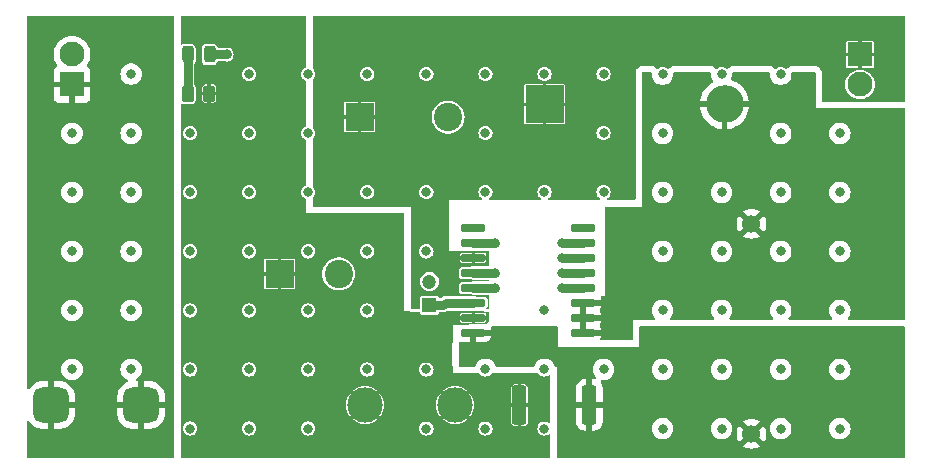
<source format=gbr>
%TF.GenerationSoftware,KiCad,Pcbnew,7.0.7*%
%TF.CreationDate,2023-09-13T14:32:16-04:00*%
%TF.ProjectId,Alim5,416c696d-352e-46b6-9963-61645f706362,rev?*%
%TF.SameCoordinates,Original*%
%TF.FileFunction,Copper,L1,Top*%
%TF.FilePolarity,Positive*%
%FSLAX46Y46*%
G04 Gerber Fmt 4.6, Leading zero omitted, Abs format (unit mm)*
G04 Created by KiCad (PCBNEW 7.0.7) date 2023-09-13 14:32:16*
%MOMM*%
%LPD*%
G01*
G04 APERTURE LIST*
G04 Aperture macros list*
%AMRoundRect*
0 Rectangle with rounded corners*
0 $1 Rounding radius*
0 $2 $3 $4 $5 $6 $7 $8 $9 X,Y pos of 4 corners*
0 Add a 4 corners polygon primitive as box body*
4,1,4,$2,$3,$4,$5,$6,$7,$8,$9,$2,$3,0*
0 Add four circle primitives for the rounded corners*
1,1,$1+$1,$2,$3*
1,1,$1+$1,$4,$5*
1,1,$1+$1,$6,$7*
1,1,$1+$1,$8,$9*
0 Add four rect primitives between the rounded corners*
20,1,$1+$1,$2,$3,$4,$5,0*
20,1,$1+$1,$4,$5,$6,$7,0*
20,1,$1+$1,$6,$7,$8,$9,0*
20,1,$1+$1,$8,$9,$2,$3,0*%
G04 Aperture macros list end*
%TA.AperFunction,ComponentPad*%
%ADD10C,1.524000*%
%TD*%
%TA.AperFunction,ComponentPad*%
%ADD11R,2.100000X2.100000*%
%TD*%
%TA.AperFunction,ComponentPad*%
%ADD12C,2.100000*%
%TD*%
%TA.AperFunction,ComponentPad*%
%ADD13RoundRect,0.750000X-0.750000X-0.750000X0.750000X-0.750000X0.750000X0.750000X-0.750000X0.750000X0*%
%TD*%
%TA.AperFunction,ComponentPad*%
%ADD14C,3.000000*%
%TD*%
%TA.AperFunction,ComponentPad*%
%ADD15R,2.400000X2.400000*%
%TD*%
%TA.AperFunction,ComponentPad*%
%ADD16C,2.400000*%
%TD*%
%TA.AperFunction,ComponentPad*%
%ADD17R,3.200000X3.200000*%
%TD*%
%TA.AperFunction,ComponentPad*%
%ADD18O,3.200000X3.200000*%
%TD*%
%TA.AperFunction,SMDPad,CuDef*%
%ADD19RoundRect,0.243750X0.243750X0.456250X-0.243750X0.456250X-0.243750X-0.456250X0.243750X-0.456250X0*%
%TD*%
%TA.AperFunction,SMDPad,CuDef*%
%ADD20RoundRect,0.250000X0.362500X1.425000X-0.362500X1.425000X-0.362500X-1.425000X0.362500X-1.425000X0*%
%TD*%
%TA.AperFunction,SMDPad,CuDef*%
%ADD21RoundRect,0.030000X-0.970000X-0.270000X0.970000X-0.270000X0.970000X0.270000X-0.970000X0.270000X0*%
%TD*%
%TA.AperFunction,ComponentPad*%
%ADD22R,1.200000X1.200000*%
%TD*%
%TA.AperFunction,ComponentPad*%
%ADD23C,1.200000*%
%TD*%
%TA.AperFunction,SMDPad,CuDef*%
%ADD24RoundRect,0.250000X-0.262500X-0.450000X0.262500X-0.450000X0.262500X0.450000X-0.262500X0.450000X0*%
%TD*%
%TA.AperFunction,ViaPad*%
%ADD25C,0.800000*%
%TD*%
%TA.AperFunction,Conductor*%
%ADD26C,0.250000*%
%TD*%
%TA.AperFunction,Conductor*%
%ADD27C,0.750000*%
%TD*%
G04 APERTURE END LIST*
D10*
%TO.P,L1,1,1*%
%TO.N,Net-(U1-Ipk_Sense)*%
X166150000Y-121142000D03*
%TO.P,L1,2,2*%
%TO.N,Net-(D1-A)*%
X166150000Y-103362000D03*
%TD*%
D11*
%TO.P,J3,1,Pin_1*%
%TO.N,Net-(D1-K)*%
X175340000Y-89030000D03*
D12*
%TO.P,J3,2,Pin_2*%
%TO.N,GND*%
X175340000Y-91570000D03*
%TD*%
D13*
%TO.P,F1,1*%
%TO.N,Net-(J1-Pin_1)*%
X106850000Y-118700000D03*
X114470000Y-118700000D03*
D14*
%TO.P,F1,2*%
%TO.N,Net-(U1-VCC)*%
X133440000Y-118700000D03*
X141060000Y-118700000D03*
%TD*%
D15*
%TO.P,C1,1*%
%TO.N,Net-(U1-VCC)*%
X126200000Y-107610000D03*
D16*
%TO.P,C1,2*%
%TO.N,GND*%
X131200000Y-107610000D03*
%TD*%
D17*
%TO.P,D1,1,K*%
%TO.N,Net-(D1-K)*%
X148630000Y-93250000D03*
D18*
%TO.P,D1,2,A*%
%TO.N,Net-(D1-A)*%
X163870000Y-93250000D03*
%TD*%
D11*
%TO.P,J1,1,Pin_1*%
%TO.N,Net-(J1-Pin_1)*%
X108620000Y-91570000D03*
D12*
%TO.P,J1,2,Pin_2*%
%TO.N,GND*%
X108620000Y-89030000D03*
%TD*%
D15*
%TO.P,C3,1*%
%TO.N,Net-(D1-K)*%
X132967246Y-94330000D03*
D16*
%TO.P,C3,2*%
%TO.N,GND*%
X140467246Y-94330000D03*
%TD*%
D19*
%TO.P,D2,1,K*%
%TO.N,GND*%
X120287500Y-89030000D03*
%TO.P,D2,2,A*%
%TO.N,Net-(D2-A)*%
X118412500Y-89030000D03*
%TD*%
D20*
%TO.P,R1,1*%
%TO.N,Net-(U1-Ipk_Sense)*%
X152432500Y-118700000D03*
%TO.P,R1,2*%
%TO.N,Net-(U1-VCC)*%
X146507500Y-118700000D03*
%TD*%
D21*
%TO.P,U1,1,LVI_Output*%
%TO.N,unconnected-(U1-LVI_Output-Pad1)*%
X142602500Y-103705000D03*
%TO.P,U1,2,Feedback_2*%
%TO.N,GND*%
X142602500Y-104975000D03*
%TO.P,U1,3,Feedback_1*%
%TO.N,Net-(D1-K)*%
X142602500Y-106245000D03*
%TO.P,U1,4,gnd*%
%TO.N,GND*%
X142602500Y-107515000D03*
%TO.P,U1,5,gnd*%
X142602500Y-108785000D03*
%TO.P,U1,6,timing_capacitor*%
%TO.N,Net-(U1-timing_capacitor)*%
X142602500Y-110055000D03*
%TO.P,U1,7,VCC*%
%TO.N,Net-(U1-VCC)*%
X142602500Y-111325000D03*
%TO.P,U1,8,Ipk_Sense*%
%TO.N,Net-(U1-Ipk_Sense)*%
X142602500Y-112595000D03*
%TO.P,U1,9,driver*%
%TO.N,Net-(D1-A)*%
X151902500Y-112595000D03*
%TO.P,U1,10,switch*%
X151902500Y-111325000D03*
%TO.P,U1,11,switch*%
X151902500Y-110055000D03*
%TO.P,U1,12,gnd*%
%TO.N,GND*%
X151902500Y-108785000D03*
%TO.P,U1,13,gnd*%
X151902500Y-107515000D03*
%TO.P,U1,14,switch_E*%
X151902500Y-106245000D03*
%TO.P,U1,15,switch_E*%
X151902500Y-104975000D03*
%TO.P,U1,16,Boostrap*%
%TO.N,unconnected-(U1-Boostrap-Pad16)*%
X151902500Y-103705000D03*
%TD*%
D22*
%TO.P,C2,1*%
%TO.N,Net-(U1-timing_capacitor)*%
X138890000Y-110252600D03*
D23*
%TO.P,C2,2*%
%TO.N,GND*%
X138890000Y-108252600D03*
%TD*%
D24*
%TO.P,R3,1*%
%TO.N,Net-(D2-A)*%
X118410000Y-92350000D03*
%TO.P,R3,2*%
%TO.N,Net-(U1-VCC)*%
X120235000Y-92350000D03*
%TD*%
D25*
%TO.N,GND*%
X128624803Y-95700000D03*
X128624803Y-115700000D03*
X144460000Y-108780000D03*
X118624803Y-95700000D03*
X168624803Y-100700000D03*
X150070000Y-107510000D03*
X153624803Y-115700000D03*
X173624803Y-120700000D03*
X153624803Y-95700000D03*
X163624803Y-115700000D03*
X158624803Y-115700000D03*
X108624803Y-105700000D03*
X168624803Y-95700000D03*
X123624803Y-120700000D03*
X108624803Y-110700000D03*
X143624803Y-100700000D03*
X148624803Y-90700000D03*
X163624803Y-120700000D03*
X138624803Y-115700000D03*
X123624803Y-115700000D03*
X173624803Y-110700000D03*
X158624803Y-95700000D03*
X118624803Y-120700000D03*
X113624803Y-95700000D03*
X128624803Y-90700000D03*
X163624803Y-100700000D03*
X118624803Y-105700000D03*
X118624803Y-100700000D03*
X168624803Y-120700000D03*
X121710000Y-89030000D03*
X123624803Y-105700000D03*
X168624803Y-115700000D03*
X158624803Y-110700000D03*
X123624803Y-90700000D03*
X173624803Y-105700000D03*
X158624803Y-120700000D03*
X128624803Y-105700000D03*
X118624803Y-115700000D03*
X163624803Y-105700000D03*
X138624803Y-90700000D03*
X153624803Y-100700000D03*
X143624803Y-95700000D03*
X118624803Y-110700000D03*
X173624803Y-115700000D03*
X133624803Y-90700000D03*
X150070000Y-104970000D03*
X153624803Y-90700000D03*
X108624803Y-100700000D03*
X108624803Y-95700000D03*
X113624803Y-90700000D03*
X173624803Y-100700000D03*
X173624803Y-95700000D03*
X113624803Y-110700000D03*
X123624803Y-95700000D03*
X163624803Y-110700000D03*
X144460000Y-107510000D03*
X143624803Y-115700000D03*
X128624803Y-110700000D03*
X123624803Y-100700000D03*
X168624803Y-105700000D03*
X133624803Y-100700000D03*
X123624803Y-110700000D03*
X143624803Y-120700000D03*
X138624803Y-105700000D03*
X133624803Y-110700000D03*
X138624803Y-100700000D03*
X113624803Y-105700000D03*
X143624803Y-90700000D03*
X148624803Y-110700000D03*
X150070000Y-108780000D03*
X158624803Y-90700000D03*
X113624803Y-115700000D03*
X148624803Y-120700000D03*
X148624803Y-100700000D03*
X133624803Y-105700000D03*
X128624803Y-120700000D03*
X163624803Y-90700000D03*
X144460000Y-104970000D03*
X108624803Y-115700000D03*
X113624803Y-100700000D03*
X138624803Y-120700000D03*
X168624803Y-90700000D03*
X128624803Y-100700000D03*
X158624803Y-100700000D03*
X150070000Y-106240000D03*
X158624803Y-105700000D03*
X148624803Y-115700000D03*
X133624803Y-115700000D03*
X168624803Y-110700000D03*
%TD*%
D26*
%TO.N,GND*%
X144455000Y-108785000D02*
X144460000Y-108780000D01*
X144455000Y-104975000D02*
X144460000Y-104970000D01*
D27*
X142602500Y-107515000D02*
X144455000Y-107515000D01*
X151902500Y-108785000D02*
X150075000Y-108785000D01*
X142602500Y-104975000D02*
X144455000Y-104975000D01*
X151902500Y-104975000D02*
X150075000Y-104975000D01*
D26*
X150075000Y-107515000D02*
X150070000Y-107510000D01*
D27*
X120287500Y-89030000D02*
X121710000Y-89030000D01*
D26*
X150075000Y-106245000D02*
X150070000Y-106240000D01*
X150075000Y-104975000D02*
X150070000Y-104970000D01*
X144455000Y-107515000D02*
X144460000Y-107510000D01*
D27*
X142602500Y-108785000D02*
X144455000Y-108785000D01*
D26*
X150075000Y-108785000D02*
X150070000Y-108780000D01*
D27*
X151902500Y-106245000D02*
X150075000Y-106245000D01*
X151902500Y-107515000D02*
X150075000Y-107515000D01*
%TO.N,Net-(U1-timing_capacitor)*%
X138890000Y-110252600D02*
X140057400Y-110252600D01*
X140057400Y-110252600D02*
X140255000Y-110055000D01*
X140255000Y-110055000D02*
X142602500Y-110055000D01*
D26*
%TO.N,Net-(D2-A)*%
X118412500Y-92347500D02*
X118410000Y-92350000D01*
D27*
X118412500Y-89030000D02*
X118412500Y-92347500D01*
%TD*%
%TA.AperFunction,Conductor*%
%TO.N,Net-(U1-VCC)*%
G36*
X128399222Y-85781622D02*
G01*
X128433866Y-85795984D01*
X128448208Y-85830636D01*
X128448208Y-85830681D01*
X128443078Y-90092613D01*
X128428685Y-90127244D01*
X128412830Y-90137824D01*
X128321963Y-90175463D01*
X128321961Y-90175464D01*
X128196521Y-90271717D01*
X128196520Y-90271718D01*
X128100267Y-90397158D01*
X128100264Y-90397163D01*
X128039758Y-90543238D01*
X128019121Y-90700000D01*
X128039758Y-90856761D01*
X128100264Y-91002836D01*
X128100267Y-91002841D01*
X128163181Y-91084833D01*
X128196521Y-91128282D01*
X128321962Y-91224536D01*
X128321964Y-91224536D01*
X128321966Y-91224538D01*
X128411367Y-91261569D01*
X128437886Y-91288087D01*
X128441616Y-91306898D01*
X128437056Y-95095108D01*
X128422662Y-95129739D01*
X128406808Y-95140319D01*
X128321963Y-95175463D01*
X128321961Y-95175464D01*
X128196521Y-95271717D01*
X128196520Y-95271718D01*
X128100267Y-95397158D01*
X128100264Y-95397163D01*
X128039758Y-95543238D01*
X128019121Y-95700000D01*
X128039758Y-95856761D01*
X128100264Y-96002836D01*
X128100267Y-96002841D01*
X128163181Y-96084833D01*
X128196521Y-96128282D01*
X128321962Y-96224536D01*
X128321964Y-96224536D01*
X128321966Y-96224538D01*
X128364832Y-96242293D01*
X128405352Y-96259077D01*
X128431871Y-96285595D01*
X128435601Y-96304406D01*
X128431035Y-100097602D01*
X128416641Y-100132233D01*
X128400787Y-100142813D01*
X128321963Y-100175463D01*
X128321961Y-100175464D01*
X128196521Y-100271717D01*
X128196520Y-100271718D01*
X128100267Y-100397158D01*
X128100264Y-100397163D01*
X128039758Y-100543238D01*
X128019121Y-100700000D01*
X128039758Y-100856761D01*
X128100264Y-101002836D01*
X128100267Y-101002841D01*
X128154194Y-101073121D01*
X128196521Y-101128282D01*
X128321962Y-101224536D01*
X128321964Y-101224536D01*
X128321966Y-101224538D01*
X128357143Y-101239108D01*
X128399336Y-101256585D01*
X128425855Y-101283103D01*
X128429585Y-101301914D01*
X128428156Y-102490000D01*
X136701000Y-102490000D01*
X136735648Y-102504352D01*
X136750000Y-102538999D01*
X136750000Y-110750000D01*
X137195959Y-110750000D01*
X137224314Y-110759038D01*
X137275706Y-110795503D01*
X137275709Y-110795505D01*
X137310357Y-110809857D01*
X137389000Y-110825500D01*
X137389003Y-110825500D01*
X138040500Y-110825500D01*
X138075148Y-110839852D01*
X138087680Y-110870107D01*
X138089264Y-110869951D01*
X138089499Y-110872343D01*
X138089500Y-110872348D01*
X138101133Y-110930831D01*
X138118882Y-110957395D01*
X138145447Y-110997152D01*
X138172012Y-111014901D01*
X138211769Y-111041467D01*
X138270252Y-111053100D01*
X138270255Y-111053100D01*
X139509745Y-111053100D01*
X139509748Y-111053100D01*
X139568231Y-111041467D01*
X139634552Y-110997152D01*
X139678867Y-110930831D01*
X139690500Y-110872348D01*
X139690500Y-110872343D01*
X139690505Y-110872295D01*
X139690512Y-110872280D01*
X139690969Y-110869987D01*
X139691664Y-110870125D01*
X139708185Y-110839221D01*
X139739269Y-110828100D01*
X140018077Y-110828100D01*
X140021278Y-110828310D01*
X140032962Y-110829847D01*
X140057400Y-110833065D01*
X140095114Y-110828100D01*
X140095120Y-110828100D01*
X140207636Y-110813287D01*
X140280983Y-110782905D01*
X140350601Y-110754069D01*
X140351016Y-110755071D01*
X140369939Y-110750000D01*
X143514380Y-110750000D01*
X143542735Y-110759038D01*
X143594127Y-110795503D01*
X143594130Y-110795505D01*
X143628778Y-110809857D01*
X143707421Y-110825500D01*
X143707424Y-110825500D01*
X143851000Y-110825500D01*
X143885648Y-110839852D01*
X143900000Y-110874500D01*
X143900000Y-111603000D01*
X143885648Y-111637648D01*
X143882217Y-111640769D01*
X143770712Y-111732931D01*
X143770706Y-111732937D01*
X143723743Y-111784651D01*
X143723734Y-111784662D01*
X143706641Y-111809945D01*
X143675345Y-111830610D01*
X143666048Y-111831500D01*
X142476494Y-111831500D01*
X142367356Y-111843234D01*
X142367333Y-111843237D01*
X142315838Y-111854440D01*
X142315818Y-111854446D01*
X142211673Y-111889110D01*
X142211668Y-111889112D01*
X142129031Y-111942221D01*
X142102539Y-111950000D01*
X140870000Y-111950000D01*
X140870000Y-113309657D01*
X140868015Y-113323462D01*
X140857301Y-113359949D01*
X140857298Y-113359966D01*
X140836500Y-113504620D01*
X140836500Y-115346006D01*
X140848234Y-115455143D01*
X140848237Y-115455166D01*
X140859440Y-115506661D01*
X140859445Y-115506680D01*
X140867492Y-115530853D01*
X140870000Y-115546327D01*
X140870000Y-115970000D01*
X141376602Y-115970000D01*
X141383573Y-115970498D01*
X141474000Y-115983500D01*
X141474004Y-115983500D01*
X142661521Y-115983500D01*
X142676177Y-115983081D01*
X142686903Y-115982468D01*
X142697631Y-115981855D01*
X142726854Y-115979346D01*
X142726855Y-115979346D01*
X142726858Y-115979345D01*
X142726860Y-115979345D01*
X142756286Y-115971610D01*
X142768744Y-115970000D01*
X143053923Y-115970000D01*
X143088571Y-115984352D01*
X143099192Y-116000246D01*
X143100267Y-116002841D01*
X143196521Y-116128282D01*
X143321962Y-116224536D01*
X143321964Y-116224536D01*
X143321966Y-116224538D01*
X143468040Y-116285044D01*
X143468041Y-116285044D01*
X143624803Y-116305682D01*
X143781565Y-116285044D01*
X143927644Y-116224536D01*
X144053085Y-116128282D01*
X144149339Y-116002841D01*
X144150413Y-116000246D01*
X144176934Y-115973729D01*
X144195683Y-115970000D01*
X144498018Y-115970000D01*
X144504989Y-115970498D01*
X144595416Y-115983500D01*
X144595420Y-115983500D01*
X147661521Y-115983500D01*
X147676177Y-115983081D01*
X147686903Y-115982468D01*
X147697631Y-115981855D01*
X147726854Y-115979346D01*
X147726855Y-115979346D01*
X147726858Y-115979345D01*
X147726860Y-115979345D01*
X147756286Y-115971610D01*
X147768744Y-115970000D01*
X148053923Y-115970000D01*
X148088571Y-115984352D01*
X148099192Y-116000246D01*
X148100267Y-116002841D01*
X148196521Y-116128282D01*
X148321962Y-116224536D01*
X148321964Y-116224536D01*
X148321966Y-116224538D01*
X148468041Y-116285044D01*
X148624803Y-116305682D01*
X148781565Y-116285044D01*
X148927644Y-116224536D01*
X148991171Y-116175789D01*
X149027396Y-116166083D01*
X149059874Y-116184835D01*
X149070000Y-116214664D01*
X149070000Y-120185335D01*
X149055648Y-120219983D01*
X149021000Y-120234335D01*
X148991171Y-120224210D01*
X148985662Y-120219983D01*
X148927644Y-120175464D01*
X148927641Y-120175463D01*
X148927639Y-120175461D01*
X148781564Y-120114955D01*
X148624803Y-120094318D01*
X148468041Y-120114955D01*
X148321966Y-120175461D01*
X148321961Y-120175464D01*
X148196521Y-120271717D01*
X148196520Y-120271718D01*
X148100267Y-120397158D01*
X148100264Y-120397163D01*
X148039758Y-120543238D01*
X148019121Y-120700000D01*
X148039758Y-120856761D01*
X148100264Y-121002836D01*
X148100267Y-121002841D01*
X148196521Y-121128282D01*
X148321962Y-121224536D01*
X148321964Y-121224536D01*
X148321966Y-121224538D01*
X148468041Y-121285044D01*
X148624803Y-121305682D01*
X148781565Y-121285044D01*
X148927644Y-121224536D01*
X148991171Y-121175789D01*
X149027396Y-121166083D01*
X149059874Y-121184835D01*
X149070000Y-121214664D01*
X149070000Y-123170500D01*
X149055648Y-123205148D01*
X149021000Y-123219500D01*
X117889000Y-123219500D01*
X117854352Y-123205148D01*
X117840000Y-123170500D01*
X117840000Y-120700000D01*
X118019121Y-120700000D01*
X118039758Y-120856761D01*
X118100264Y-121002836D01*
X118100267Y-121002841D01*
X118196521Y-121128282D01*
X118321962Y-121224536D01*
X118321964Y-121224536D01*
X118321966Y-121224538D01*
X118468041Y-121285044D01*
X118624803Y-121305682D01*
X118781565Y-121285044D01*
X118927644Y-121224536D01*
X119053085Y-121128282D01*
X119149339Y-121002841D01*
X119209847Y-120856762D01*
X119230485Y-120700000D01*
X123019121Y-120700000D01*
X123039758Y-120856761D01*
X123100264Y-121002836D01*
X123100267Y-121002841D01*
X123196521Y-121128282D01*
X123321962Y-121224536D01*
X123321964Y-121224536D01*
X123321966Y-121224538D01*
X123468040Y-121285044D01*
X123468041Y-121285044D01*
X123624803Y-121305682D01*
X123781565Y-121285044D01*
X123927644Y-121224536D01*
X124053085Y-121128282D01*
X124149339Y-121002841D01*
X124209847Y-120856762D01*
X124230485Y-120700000D01*
X128019121Y-120700000D01*
X128039758Y-120856761D01*
X128100264Y-121002836D01*
X128100267Y-121002841D01*
X128196521Y-121128282D01*
X128321962Y-121224536D01*
X128321964Y-121224536D01*
X128321966Y-121224538D01*
X128468041Y-121285044D01*
X128624803Y-121305682D01*
X128781565Y-121285044D01*
X128927644Y-121224536D01*
X129053085Y-121128282D01*
X129149339Y-121002841D01*
X129209847Y-120856762D01*
X129230485Y-120700000D01*
X138019121Y-120700000D01*
X138039758Y-120856761D01*
X138100264Y-121002836D01*
X138100267Y-121002841D01*
X138196521Y-121128282D01*
X138321962Y-121224536D01*
X138321964Y-121224536D01*
X138321966Y-121224538D01*
X138468041Y-121285044D01*
X138624803Y-121305682D01*
X138781565Y-121285044D01*
X138927644Y-121224536D01*
X139053085Y-121128282D01*
X139149339Y-121002841D01*
X139209847Y-120856762D01*
X139230485Y-120700000D01*
X143019121Y-120700000D01*
X143039758Y-120856761D01*
X143100264Y-121002836D01*
X143100267Y-121002841D01*
X143196521Y-121128282D01*
X143321962Y-121224536D01*
X143321964Y-121224536D01*
X143321966Y-121224538D01*
X143468040Y-121285044D01*
X143468041Y-121285044D01*
X143624803Y-121305682D01*
X143781565Y-121285044D01*
X143927644Y-121224536D01*
X144053085Y-121128282D01*
X144149339Y-121002841D01*
X144209847Y-120856762D01*
X144230485Y-120700000D01*
X144209847Y-120543238D01*
X144207866Y-120538455D01*
X144149341Y-120397163D01*
X144149338Y-120397158D01*
X144117783Y-120356035D01*
X144053085Y-120271718D01*
X144004366Y-120234335D01*
X143927644Y-120175464D01*
X143927639Y-120175461D01*
X143781564Y-120114955D01*
X143624803Y-120094318D01*
X143468041Y-120114955D01*
X143321966Y-120175461D01*
X143321961Y-120175464D01*
X143196521Y-120271717D01*
X143196520Y-120271718D01*
X143100267Y-120397158D01*
X143100264Y-120397163D01*
X143039758Y-120543238D01*
X143019121Y-120700000D01*
X139230485Y-120700000D01*
X139209847Y-120543238D01*
X139207866Y-120538455D01*
X139149341Y-120397163D01*
X139149338Y-120397158D01*
X139117783Y-120356035D01*
X139053085Y-120271718D01*
X139004366Y-120234335D01*
X138927644Y-120175464D01*
X138927639Y-120175461D01*
X138781564Y-120114955D01*
X138624803Y-120094318D01*
X138468041Y-120114955D01*
X138321966Y-120175461D01*
X138321961Y-120175464D01*
X138196521Y-120271717D01*
X138196520Y-120271718D01*
X138100267Y-120397158D01*
X138100264Y-120397163D01*
X138039758Y-120543238D01*
X138019121Y-120700000D01*
X129230485Y-120700000D01*
X129209847Y-120543238D01*
X129207866Y-120538455D01*
X129149341Y-120397163D01*
X129149338Y-120397158D01*
X129117783Y-120356035D01*
X129053085Y-120271718D01*
X129004366Y-120234335D01*
X128927644Y-120175464D01*
X128927639Y-120175461D01*
X128781564Y-120114955D01*
X128624803Y-120094318D01*
X128468041Y-120114955D01*
X128321966Y-120175461D01*
X128321961Y-120175464D01*
X128196521Y-120271717D01*
X128196520Y-120271718D01*
X128100267Y-120397158D01*
X128100264Y-120397163D01*
X128039758Y-120543238D01*
X128019121Y-120700000D01*
X124230485Y-120700000D01*
X124209847Y-120543238D01*
X124207866Y-120538455D01*
X124149341Y-120397163D01*
X124149338Y-120397158D01*
X124117783Y-120356035D01*
X124053085Y-120271718D01*
X124004366Y-120234335D01*
X123927644Y-120175464D01*
X123927639Y-120175461D01*
X123781564Y-120114955D01*
X123624803Y-120094318D01*
X123468041Y-120114955D01*
X123321966Y-120175461D01*
X123321961Y-120175464D01*
X123196521Y-120271717D01*
X123196520Y-120271718D01*
X123100267Y-120397158D01*
X123100264Y-120397163D01*
X123039758Y-120543238D01*
X123019121Y-120700000D01*
X119230485Y-120700000D01*
X119209847Y-120543238D01*
X119207866Y-120538455D01*
X119149341Y-120397163D01*
X119149338Y-120397158D01*
X119117783Y-120356035D01*
X119053085Y-120271718D01*
X119004366Y-120234335D01*
X118927644Y-120175464D01*
X118927639Y-120175461D01*
X118781564Y-120114955D01*
X118624803Y-120094318D01*
X118468041Y-120114955D01*
X118321966Y-120175461D01*
X118321961Y-120175464D01*
X118196521Y-120271717D01*
X118196520Y-120271718D01*
X118100267Y-120397158D01*
X118100264Y-120397163D01*
X118039758Y-120543238D01*
X118019121Y-120700000D01*
X117840000Y-120700000D01*
X117840000Y-118700000D01*
X131835052Y-118700000D01*
X131854812Y-118951072D01*
X131913603Y-119195954D01*
X132009982Y-119428634D01*
X132009984Y-119428637D01*
X132141563Y-119643356D01*
X132141571Y-119643366D01*
X132207410Y-119720456D01*
X132207411Y-119720456D01*
X132600823Y-119327043D01*
X132635471Y-119312691D01*
X132670119Y-119327043D01*
X132670969Y-119327914D01*
X132791814Y-119455044D01*
X132791815Y-119455045D01*
X132791816Y-119455046D01*
X132805818Y-119464792D01*
X132826057Y-119496365D01*
X132818042Y-119533002D01*
X132812473Y-119539657D01*
X132419542Y-119932587D01*
X132496634Y-119998429D01*
X132496640Y-119998433D01*
X132711362Y-120130015D01*
X132711365Y-120130017D01*
X132944045Y-120226396D01*
X133188927Y-120285187D01*
X133440000Y-120304947D01*
X133691072Y-120285187D01*
X133935954Y-120226396D01*
X134168634Y-120130017D01*
X134168637Y-120130015D01*
X134383359Y-119998433D01*
X134383365Y-119998429D01*
X134460456Y-119932587D01*
X134065306Y-119537438D01*
X134050954Y-119502790D01*
X134065306Y-119468142D01*
X134068005Y-119465639D01*
X134161246Y-119385595D01*
X134204194Y-119330110D01*
X134236748Y-119311497D01*
X134272932Y-119321355D01*
X134277588Y-119325456D01*
X134672587Y-119720456D01*
X134738429Y-119643365D01*
X134738433Y-119643359D01*
X134870015Y-119428637D01*
X134870017Y-119428634D01*
X134966396Y-119195954D01*
X135025187Y-118951072D01*
X135044947Y-118700000D01*
X135044947Y-118699999D01*
X139455052Y-118699999D01*
X139474812Y-118951072D01*
X139533603Y-119195954D01*
X139629982Y-119428634D01*
X139629984Y-119428637D01*
X139761563Y-119643356D01*
X139761571Y-119643366D01*
X139827410Y-119720456D01*
X139827411Y-119720456D01*
X140220823Y-119327043D01*
X140255471Y-119312691D01*
X140290119Y-119327043D01*
X140290969Y-119327914D01*
X140411815Y-119455045D01*
X140411816Y-119455046D01*
X140425818Y-119464792D01*
X140446057Y-119496365D01*
X140438042Y-119533002D01*
X140432473Y-119539657D01*
X140039542Y-119932587D01*
X140116634Y-119998429D01*
X140116640Y-119998433D01*
X140331362Y-120130015D01*
X140331365Y-120130017D01*
X140564045Y-120226396D01*
X140808927Y-120285187D01*
X141060000Y-120304947D01*
X141311072Y-120285187D01*
X141555954Y-120226396D01*
X141788634Y-120130017D01*
X141788637Y-120130015D01*
X142003359Y-119998433D01*
X142003365Y-119998429D01*
X142080456Y-119932587D01*
X141685306Y-119537438D01*
X141670954Y-119502790D01*
X141685306Y-119468142D01*
X141688005Y-119465639D01*
X141781246Y-119385595D01*
X141824194Y-119330110D01*
X141856748Y-119311497D01*
X141892932Y-119321355D01*
X141897588Y-119325456D01*
X142292587Y-119720456D01*
X142358429Y-119643365D01*
X142358433Y-119643359D01*
X142490015Y-119428637D01*
X142490017Y-119428634D01*
X142586396Y-119195954D01*
X142645187Y-118951072D01*
X142653142Y-118850000D01*
X145795001Y-118850000D01*
X145795001Y-120158221D01*
X145804911Y-120226248D01*
X145804911Y-120226249D01*
X145856212Y-120331186D01*
X145856215Y-120331190D01*
X145938809Y-120413784D01*
X145938813Y-120413786D01*
X146043751Y-120465087D01*
X146111779Y-120474999D01*
X146357499Y-120474999D01*
X146357500Y-120474998D01*
X146357500Y-118850000D01*
X146657500Y-118850000D01*
X146657500Y-120474999D01*
X146903221Y-120474999D01*
X146971248Y-120465088D01*
X146971249Y-120465088D01*
X147076186Y-120413787D01*
X147076190Y-120413784D01*
X147158784Y-120331190D01*
X147158786Y-120331186D01*
X147210087Y-120226249D01*
X147210087Y-120226248D01*
X147220000Y-120158220D01*
X147220000Y-118850000D01*
X146657500Y-118850000D01*
X146357500Y-118850000D01*
X145795001Y-118850000D01*
X142653142Y-118850000D01*
X142664947Y-118699999D01*
X142653142Y-118550000D01*
X145795000Y-118550000D01*
X146357500Y-118550000D01*
X146357500Y-116925000D01*
X146657500Y-116925000D01*
X146657500Y-118550000D01*
X147219999Y-118550000D01*
X147219999Y-117241778D01*
X147210088Y-117173751D01*
X147210088Y-117173750D01*
X147158787Y-117068813D01*
X147158784Y-117068809D01*
X147076190Y-116986215D01*
X147076186Y-116986213D01*
X146971248Y-116934912D01*
X146903221Y-116925000D01*
X146657500Y-116925000D01*
X146357500Y-116925000D01*
X146111778Y-116925000D01*
X146043751Y-116934911D01*
X146043750Y-116934911D01*
X145938813Y-116986212D01*
X145938809Y-116986215D01*
X145856215Y-117068809D01*
X145856213Y-117068813D01*
X145804912Y-117173750D01*
X145804912Y-117173751D01*
X145795000Y-117241779D01*
X145795000Y-118550000D01*
X142653142Y-118550000D01*
X142645187Y-118448927D01*
X142586396Y-118204045D01*
X142490017Y-117971365D01*
X142490015Y-117971362D01*
X142358433Y-117756640D01*
X142358429Y-117756634D01*
X142292587Y-117679542D01*
X141899175Y-118072955D01*
X141864527Y-118087307D01*
X141829879Y-118072955D01*
X141829032Y-118072087D01*
X141708185Y-117944955D01*
X141708184Y-117944954D01*
X141708181Y-117944951D01*
X141694179Y-117935205D01*
X141673941Y-117903631D01*
X141681957Y-117866995D01*
X141687525Y-117860341D01*
X142080456Y-117467411D01*
X142080456Y-117467410D01*
X142003366Y-117401571D01*
X142003356Y-117401563D01*
X141788637Y-117269984D01*
X141788634Y-117269982D01*
X141555954Y-117173603D01*
X141311072Y-117114812D01*
X141060000Y-117095052D01*
X140808927Y-117114812D01*
X140564045Y-117173603D01*
X140331365Y-117269982D01*
X140331362Y-117269984D01*
X140116640Y-117401565D01*
X140116634Y-117401569D01*
X140039542Y-117467410D01*
X140039542Y-117467411D01*
X140434692Y-117862561D01*
X140449044Y-117897209D01*
X140434692Y-117931857D01*
X140431961Y-117934388D01*
X140338758Y-118014400D01*
X140338753Y-118014405D01*
X140295805Y-118069888D01*
X140263248Y-118088501D01*
X140227064Y-118078641D01*
X140222410Y-118074542D01*
X139827411Y-117679542D01*
X139827410Y-117679542D01*
X139761569Y-117756634D01*
X139761565Y-117756640D01*
X139629984Y-117971362D01*
X139629982Y-117971365D01*
X139533603Y-118204045D01*
X139474812Y-118448927D01*
X139455052Y-118699999D01*
X135044947Y-118699999D01*
X135025187Y-118448927D01*
X134966396Y-118204045D01*
X134870017Y-117971365D01*
X134870015Y-117971362D01*
X134738433Y-117756640D01*
X134738429Y-117756634D01*
X134672587Y-117679542D01*
X134279175Y-118072955D01*
X134244527Y-118087307D01*
X134209879Y-118072955D01*
X134209032Y-118072087D01*
X134088185Y-117944955D01*
X134088184Y-117944954D01*
X134088181Y-117944951D01*
X134074179Y-117935205D01*
X134053941Y-117903631D01*
X134061957Y-117866995D01*
X134067525Y-117860341D01*
X134460456Y-117467411D01*
X134460456Y-117467410D01*
X134383366Y-117401571D01*
X134383356Y-117401563D01*
X134168637Y-117269984D01*
X134168634Y-117269982D01*
X133935954Y-117173603D01*
X133691072Y-117114812D01*
X133440000Y-117095052D01*
X133188927Y-117114812D01*
X132944045Y-117173603D01*
X132711365Y-117269982D01*
X132711362Y-117269984D01*
X132496640Y-117401565D01*
X132496634Y-117401569D01*
X132419542Y-117467410D01*
X132419542Y-117467411D01*
X132814692Y-117862561D01*
X132829044Y-117897209D01*
X132814692Y-117931857D01*
X132811961Y-117934388D01*
X132718758Y-118014400D01*
X132718753Y-118014405D01*
X132675805Y-118069888D01*
X132643248Y-118088501D01*
X132607064Y-118078641D01*
X132602410Y-118074542D01*
X132207411Y-117679542D01*
X132207410Y-117679542D01*
X132141569Y-117756634D01*
X132141565Y-117756640D01*
X132009984Y-117971362D01*
X132009982Y-117971365D01*
X131913603Y-118204045D01*
X131854812Y-118448927D01*
X131835052Y-118700000D01*
X117840000Y-118700000D01*
X117840000Y-115700000D01*
X118019121Y-115700000D01*
X118039758Y-115856761D01*
X118100264Y-116002836D01*
X118100267Y-116002841D01*
X118165687Y-116088099D01*
X118196521Y-116128282D01*
X118321962Y-116224536D01*
X118321964Y-116224536D01*
X118321966Y-116224538D01*
X118468041Y-116285044D01*
X118624803Y-116305682D01*
X118781565Y-116285044D01*
X118927644Y-116224536D01*
X119053085Y-116128282D01*
X119149339Y-116002841D01*
X119209847Y-115856762D01*
X119230485Y-115700000D01*
X123019121Y-115700000D01*
X123039758Y-115856761D01*
X123100264Y-116002836D01*
X123100267Y-116002841D01*
X123165687Y-116088099D01*
X123196521Y-116128282D01*
X123321962Y-116224536D01*
X123321964Y-116224536D01*
X123321966Y-116224538D01*
X123468040Y-116285044D01*
X123468041Y-116285044D01*
X123624803Y-116305682D01*
X123781565Y-116285044D01*
X123927644Y-116224536D01*
X124053085Y-116128282D01*
X124149339Y-116002841D01*
X124209847Y-115856762D01*
X124230485Y-115700000D01*
X128019121Y-115700000D01*
X128039758Y-115856761D01*
X128100264Y-116002836D01*
X128100267Y-116002841D01*
X128165687Y-116088099D01*
X128196521Y-116128282D01*
X128321962Y-116224536D01*
X128321964Y-116224536D01*
X128321966Y-116224538D01*
X128468041Y-116285044D01*
X128624803Y-116305682D01*
X128781565Y-116285044D01*
X128927644Y-116224536D01*
X129053085Y-116128282D01*
X129149339Y-116002841D01*
X129209847Y-115856762D01*
X129230485Y-115700000D01*
X133019121Y-115700000D01*
X133039758Y-115856761D01*
X133100264Y-116002836D01*
X133100267Y-116002841D01*
X133165687Y-116088099D01*
X133196521Y-116128282D01*
X133321962Y-116224536D01*
X133321964Y-116224536D01*
X133321966Y-116224538D01*
X133468040Y-116285044D01*
X133468041Y-116285044D01*
X133624803Y-116305682D01*
X133781565Y-116285044D01*
X133927644Y-116224536D01*
X134053085Y-116128282D01*
X134149339Y-116002841D01*
X134209847Y-115856762D01*
X134230485Y-115700000D01*
X138019121Y-115700000D01*
X138039758Y-115856761D01*
X138100264Y-116002836D01*
X138100267Y-116002841D01*
X138165687Y-116088099D01*
X138196521Y-116128282D01*
X138321962Y-116224536D01*
X138321964Y-116224536D01*
X138321966Y-116224538D01*
X138468041Y-116285044D01*
X138624803Y-116305682D01*
X138781565Y-116285044D01*
X138927644Y-116224536D01*
X139053085Y-116128282D01*
X139149339Y-116002841D01*
X139209847Y-115856762D01*
X139230485Y-115700000D01*
X139209847Y-115543238D01*
X139178079Y-115466543D01*
X139149341Y-115397163D01*
X139149338Y-115397158D01*
X139117783Y-115356035D01*
X139053085Y-115271718D01*
X138927644Y-115175464D01*
X138927639Y-115175461D01*
X138781564Y-115114955D01*
X138624803Y-115094318D01*
X138468041Y-115114955D01*
X138321966Y-115175461D01*
X138321961Y-115175464D01*
X138196521Y-115271717D01*
X138196520Y-115271718D01*
X138100267Y-115397158D01*
X138100264Y-115397163D01*
X138039758Y-115543238D01*
X138019121Y-115700000D01*
X134230485Y-115700000D01*
X134209847Y-115543238D01*
X134178079Y-115466543D01*
X134149341Y-115397163D01*
X134149338Y-115397158D01*
X134117783Y-115356035D01*
X134053085Y-115271718D01*
X133927644Y-115175464D01*
X133927639Y-115175461D01*
X133781564Y-115114955D01*
X133624803Y-115094318D01*
X133468041Y-115114955D01*
X133321966Y-115175461D01*
X133321961Y-115175464D01*
X133196521Y-115271717D01*
X133196520Y-115271718D01*
X133100267Y-115397158D01*
X133100264Y-115397163D01*
X133039758Y-115543238D01*
X133019121Y-115700000D01*
X129230485Y-115700000D01*
X129209847Y-115543238D01*
X129178079Y-115466543D01*
X129149341Y-115397163D01*
X129149338Y-115397158D01*
X129117783Y-115356035D01*
X129053085Y-115271718D01*
X128927644Y-115175464D01*
X128927639Y-115175461D01*
X128781564Y-115114955D01*
X128624803Y-115094318D01*
X128468041Y-115114955D01*
X128321966Y-115175461D01*
X128321961Y-115175464D01*
X128196521Y-115271717D01*
X128196520Y-115271718D01*
X128100267Y-115397158D01*
X128100264Y-115397163D01*
X128039758Y-115543238D01*
X128019121Y-115700000D01*
X124230485Y-115700000D01*
X124209847Y-115543238D01*
X124178079Y-115466543D01*
X124149341Y-115397163D01*
X124149338Y-115397158D01*
X124117783Y-115356035D01*
X124053085Y-115271718D01*
X123927644Y-115175464D01*
X123927639Y-115175461D01*
X123781564Y-115114955D01*
X123624803Y-115094318D01*
X123468041Y-115114955D01*
X123321966Y-115175461D01*
X123321961Y-115175464D01*
X123196521Y-115271717D01*
X123196520Y-115271718D01*
X123100267Y-115397158D01*
X123100264Y-115397163D01*
X123039758Y-115543238D01*
X123019121Y-115700000D01*
X119230485Y-115700000D01*
X119209847Y-115543238D01*
X119178079Y-115466543D01*
X119149341Y-115397163D01*
X119149338Y-115397158D01*
X119117783Y-115356035D01*
X119053085Y-115271718D01*
X118927644Y-115175464D01*
X118927639Y-115175461D01*
X118781564Y-115114955D01*
X118624803Y-115094318D01*
X118468041Y-115114955D01*
X118321966Y-115175461D01*
X118321961Y-115175464D01*
X118196521Y-115271717D01*
X118196520Y-115271718D01*
X118100267Y-115397158D01*
X118100264Y-115397163D01*
X118039758Y-115543238D01*
X118019121Y-115700000D01*
X117840000Y-115700000D01*
X117840000Y-111475000D01*
X141502500Y-111475000D01*
X141502500Y-111607807D01*
X141510042Y-111645723D01*
X141538774Y-111688725D01*
X141581776Y-111717457D01*
X141619692Y-111724999D01*
X141619696Y-111725000D01*
X142452500Y-111725000D01*
X142452500Y-111475000D01*
X142752500Y-111475000D01*
X142752500Y-111725000D01*
X143585304Y-111725000D01*
X143585307Y-111724999D01*
X143623223Y-111717457D01*
X143666225Y-111688725D01*
X143694957Y-111645723D01*
X143702499Y-111607807D01*
X143702500Y-111607804D01*
X143702500Y-111475000D01*
X142752500Y-111475000D01*
X142452500Y-111475000D01*
X141502500Y-111475000D01*
X117840000Y-111475000D01*
X117840000Y-110700000D01*
X118019121Y-110700000D01*
X118039758Y-110856761D01*
X118100264Y-111002836D01*
X118100267Y-111002841D01*
X118196521Y-111128282D01*
X118321962Y-111224536D01*
X118321964Y-111224536D01*
X118321966Y-111224538D01*
X118468040Y-111285044D01*
X118468041Y-111285044D01*
X118624803Y-111305682D01*
X118781565Y-111285044D01*
X118927644Y-111224536D01*
X119053085Y-111128282D01*
X119149339Y-111002841D01*
X119209847Y-110856762D01*
X119230485Y-110700000D01*
X123019121Y-110700000D01*
X123039758Y-110856761D01*
X123100264Y-111002836D01*
X123100267Y-111002841D01*
X123196521Y-111128282D01*
X123321962Y-111224536D01*
X123321964Y-111224536D01*
X123321966Y-111224538D01*
X123468040Y-111285044D01*
X123468041Y-111285044D01*
X123624803Y-111305682D01*
X123781565Y-111285044D01*
X123927644Y-111224536D01*
X124053085Y-111128282D01*
X124149339Y-111002841D01*
X124209847Y-110856762D01*
X124230485Y-110700000D01*
X128019121Y-110700000D01*
X128039758Y-110856761D01*
X128100264Y-111002836D01*
X128100267Y-111002841D01*
X128196521Y-111128282D01*
X128321962Y-111224536D01*
X128321964Y-111224536D01*
X128321966Y-111224538D01*
X128468040Y-111285044D01*
X128468041Y-111285044D01*
X128624803Y-111305682D01*
X128781565Y-111285044D01*
X128927644Y-111224536D01*
X129053085Y-111128282D01*
X129149339Y-111002841D01*
X129209847Y-110856762D01*
X129230485Y-110700000D01*
X133019121Y-110700000D01*
X133039758Y-110856761D01*
X133100264Y-111002836D01*
X133100267Y-111002841D01*
X133196521Y-111128282D01*
X133321962Y-111224536D01*
X133321964Y-111224536D01*
X133321966Y-111224538D01*
X133468040Y-111285044D01*
X133468041Y-111285044D01*
X133624803Y-111305682D01*
X133781565Y-111285044D01*
X133927644Y-111224536D01*
X133992201Y-111175000D01*
X141502500Y-111175000D01*
X142452500Y-111175000D01*
X142452500Y-110925000D01*
X142752500Y-110925000D01*
X142752500Y-111175000D01*
X143702500Y-111175000D01*
X143702500Y-111042196D01*
X143702499Y-111042192D01*
X143694957Y-111004276D01*
X143666225Y-110961274D01*
X143623223Y-110932542D01*
X143585307Y-110925000D01*
X142752500Y-110925000D01*
X142452500Y-110925000D01*
X141619692Y-110925000D01*
X141581776Y-110932542D01*
X141538774Y-110961274D01*
X141510042Y-111004276D01*
X141502500Y-111042192D01*
X141502500Y-111175000D01*
X133992201Y-111175000D01*
X134053085Y-111128282D01*
X134149339Y-111002841D01*
X134209847Y-110856762D01*
X134230485Y-110700000D01*
X134209847Y-110543238D01*
X134149339Y-110397159D01*
X134053085Y-110271718D01*
X133927644Y-110175464D01*
X133927639Y-110175461D01*
X133781564Y-110114955D01*
X133624803Y-110094318D01*
X133468041Y-110114955D01*
X133321966Y-110175461D01*
X133321961Y-110175464D01*
X133196521Y-110271717D01*
X133196520Y-110271718D01*
X133100267Y-110397158D01*
X133100264Y-110397163D01*
X133039758Y-110543238D01*
X133019121Y-110700000D01*
X129230485Y-110700000D01*
X129209847Y-110543238D01*
X129149339Y-110397159D01*
X129053085Y-110271718D01*
X128927644Y-110175464D01*
X128927639Y-110175461D01*
X128781564Y-110114955D01*
X128624803Y-110094318D01*
X128468041Y-110114955D01*
X128321966Y-110175461D01*
X128321961Y-110175464D01*
X128196521Y-110271717D01*
X128196520Y-110271718D01*
X128100267Y-110397158D01*
X128100264Y-110397163D01*
X128039758Y-110543238D01*
X128019121Y-110700000D01*
X124230485Y-110700000D01*
X124209847Y-110543238D01*
X124149339Y-110397159D01*
X124053085Y-110271718D01*
X123927644Y-110175464D01*
X123927639Y-110175461D01*
X123781564Y-110114955D01*
X123624803Y-110094318D01*
X123468041Y-110114955D01*
X123321966Y-110175461D01*
X123321961Y-110175464D01*
X123196521Y-110271717D01*
X123196520Y-110271718D01*
X123100267Y-110397158D01*
X123100264Y-110397163D01*
X123039758Y-110543238D01*
X123019121Y-110700000D01*
X119230485Y-110700000D01*
X119209847Y-110543238D01*
X119149339Y-110397159D01*
X119053085Y-110271718D01*
X118927644Y-110175464D01*
X118927639Y-110175461D01*
X118781564Y-110114955D01*
X118624803Y-110094318D01*
X118468041Y-110114955D01*
X118321966Y-110175461D01*
X118321961Y-110175464D01*
X118196521Y-110271717D01*
X118196520Y-110271718D01*
X118100267Y-110397158D01*
X118100264Y-110397163D01*
X118039758Y-110543238D01*
X118019121Y-110700000D01*
X117840000Y-110700000D01*
X117840000Y-107460000D01*
X124900000Y-107460000D01*
X125558697Y-107460000D01*
X125593345Y-107474352D01*
X125607697Y-107509000D01*
X125607278Y-107515396D01*
X125594823Y-107610000D01*
X125607278Y-107704604D01*
X125597571Y-107740829D01*
X125565093Y-107759581D01*
X125558697Y-107760000D01*
X124900001Y-107760000D01*
X124900001Y-108819845D01*
X124905802Y-108849018D01*
X124905804Y-108849022D01*
X124927904Y-108882097D01*
X124960980Y-108904197D01*
X124990154Y-108909999D01*
X126049999Y-108909999D01*
X126049999Y-108251302D01*
X126064351Y-108216654D01*
X126098999Y-108202302D01*
X126105380Y-108202720D01*
X126160677Y-108210000D01*
X126160680Y-108210000D01*
X126239320Y-108210000D01*
X126239323Y-108210000D01*
X126294606Y-108202721D01*
X126330829Y-108212427D01*
X126349581Y-108244906D01*
X126350000Y-108251302D01*
X126350000Y-108909999D01*
X127409845Y-108909999D01*
X127409845Y-108909998D01*
X127439018Y-108904197D01*
X127439022Y-108904195D01*
X127472097Y-108882095D01*
X127494197Y-108849019D01*
X127500000Y-108819845D01*
X127500000Y-107760000D01*
X126841303Y-107760000D01*
X126806655Y-107745648D01*
X126792303Y-107711000D01*
X126792722Y-107704604D01*
X126797704Y-107666762D01*
X126805177Y-107610000D01*
X129794700Y-107610000D01*
X129813866Y-107841305D01*
X129870843Y-108066300D01*
X129870844Y-108066304D01*
X129964074Y-108278846D01*
X129964081Y-108278858D01*
X130091017Y-108473148D01*
X130091019Y-108473150D01*
X130091021Y-108473153D01*
X130248216Y-108643913D01*
X130248218Y-108643915D01*
X130395396Y-108758467D01*
X130431374Y-108786470D01*
X130431381Y-108786474D01*
X130431383Y-108786475D01*
X130635489Y-108896932D01*
X130635491Y-108896932D01*
X130635497Y-108896936D01*
X130855019Y-108972298D01*
X131083951Y-109010500D01*
X131083954Y-109010500D01*
X131316046Y-109010500D01*
X131316049Y-109010500D01*
X131544981Y-108972298D01*
X131764503Y-108896936D01*
X131968626Y-108786470D01*
X132151784Y-108643913D01*
X132308979Y-108473153D01*
X132435924Y-108278849D01*
X132529157Y-108066300D01*
X132586134Y-107841305D01*
X132605300Y-107610000D01*
X132586134Y-107378695D01*
X132529157Y-107153700D01*
X132499417Y-107085901D01*
X132435925Y-106941153D01*
X132435918Y-106941141D01*
X132308982Y-106746851D01*
X132308980Y-106746849D01*
X132308979Y-106746847D01*
X132151784Y-106576087D01*
X132151783Y-106576086D01*
X132151781Y-106576084D01*
X131968630Y-106433533D01*
X131968629Y-106433532D01*
X131968626Y-106433530D01*
X131968621Y-106433527D01*
X131968616Y-106433524D01*
X131764510Y-106323067D01*
X131764504Y-106323064D01*
X131764503Y-106323064D01*
X131653755Y-106285044D01*
X131544982Y-106247702D01*
X131487748Y-106238151D01*
X131316049Y-106209500D01*
X131083951Y-106209500D01*
X130946591Y-106232421D01*
X130855017Y-106247702D01*
X130635499Y-106323063D01*
X130635489Y-106323067D01*
X130431383Y-106433524D01*
X130431369Y-106433533D01*
X130248218Y-106576084D01*
X130091017Y-106746851D01*
X129964081Y-106941141D01*
X129964074Y-106941153D01*
X129870844Y-107153695D01*
X129870843Y-107153699D01*
X129870843Y-107153700D01*
X129857305Y-107207159D01*
X129813866Y-107378694D01*
X129803069Y-107509000D01*
X129794700Y-107610000D01*
X126805177Y-107610000D01*
X126792722Y-107515395D01*
X126802429Y-107479171D01*
X126834907Y-107460419D01*
X126841303Y-107460000D01*
X127499999Y-107460000D01*
X127499999Y-106400155D01*
X127499998Y-106400154D01*
X127494197Y-106370981D01*
X127494195Y-106370977D01*
X127472095Y-106337902D01*
X127439019Y-106315802D01*
X127409846Y-106310000D01*
X126350000Y-106310000D01*
X126350000Y-106968697D01*
X126335648Y-107003345D01*
X126301000Y-107017697D01*
X126294605Y-107017278D01*
X126283706Y-107015843D01*
X126239323Y-107010000D01*
X126160677Y-107010000D01*
X126105395Y-107017278D01*
X126069170Y-107007571D01*
X126050419Y-106975092D01*
X126050000Y-106968697D01*
X126049999Y-106310000D01*
X124990155Y-106310000D01*
X124990154Y-106310001D01*
X124960981Y-106315802D01*
X124960977Y-106315804D01*
X124927902Y-106337904D01*
X124905802Y-106370980D01*
X124900000Y-106400154D01*
X124900000Y-107460000D01*
X117840000Y-107460000D01*
X117840000Y-105700000D01*
X118019121Y-105700000D01*
X118039758Y-105856761D01*
X118100264Y-106002836D01*
X118100267Y-106002841D01*
X118196521Y-106128282D01*
X118321962Y-106224536D01*
X118321964Y-106224536D01*
X118321966Y-106224538D01*
X118468041Y-106285044D01*
X118624803Y-106305682D01*
X118781565Y-106285044D01*
X118927644Y-106224536D01*
X119053085Y-106128282D01*
X119149339Y-106002841D01*
X119209847Y-105856762D01*
X119230485Y-105700000D01*
X123019121Y-105700000D01*
X123039758Y-105856761D01*
X123100264Y-106002836D01*
X123100267Y-106002841D01*
X123196521Y-106128282D01*
X123321962Y-106224536D01*
X123321964Y-106224536D01*
X123321966Y-106224538D01*
X123468041Y-106285044D01*
X123624803Y-106305682D01*
X123781565Y-106285044D01*
X123927644Y-106224536D01*
X124053085Y-106128282D01*
X124149339Y-106002841D01*
X124209847Y-105856762D01*
X124230485Y-105700000D01*
X128019121Y-105700000D01*
X128039758Y-105856761D01*
X128100264Y-106002836D01*
X128100267Y-106002841D01*
X128196521Y-106128282D01*
X128321962Y-106224536D01*
X128321964Y-106224536D01*
X128321966Y-106224538D01*
X128468040Y-106285044D01*
X128468041Y-106285044D01*
X128624803Y-106305682D01*
X128781565Y-106285044D01*
X128927644Y-106224536D01*
X129053085Y-106128282D01*
X129149339Y-106002841D01*
X129209847Y-105856762D01*
X129230485Y-105700000D01*
X133019121Y-105700000D01*
X133039758Y-105856761D01*
X133100264Y-106002836D01*
X133100267Y-106002841D01*
X133196521Y-106128282D01*
X133321962Y-106224536D01*
X133321964Y-106224536D01*
X133321966Y-106224538D01*
X133468040Y-106285044D01*
X133468041Y-106285044D01*
X133624803Y-106305682D01*
X133781565Y-106285044D01*
X133927644Y-106224536D01*
X134053085Y-106128282D01*
X134149339Y-106002841D01*
X134209847Y-105856762D01*
X134230485Y-105700000D01*
X134209847Y-105543238D01*
X134155147Y-105411181D01*
X134149341Y-105397163D01*
X134149338Y-105397158D01*
X134101594Y-105334937D01*
X134053085Y-105271718D01*
X134047851Y-105267702D01*
X133927644Y-105175464D01*
X133927639Y-105175461D01*
X133781564Y-105114955D01*
X133624803Y-105094318D01*
X133468041Y-105114955D01*
X133321966Y-105175461D01*
X133321961Y-105175464D01*
X133196521Y-105271717D01*
X133196520Y-105271718D01*
X133100267Y-105397158D01*
X133100264Y-105397163D01*
X133039758Y-105543238D01*
X133019121Y-105700000D01*
X129230485Y-105700000D01*
X129209847Y-105543238D01*
X129155147Y-105411181D01*
X129149341Y-105397163D01*
X129149338Y-105397158D01*
X129101594Y-105334937D01*
X129053085Y-105271718D01*
X129047851Y-105267702D01*
X128927644Y-105175464D01*
X128927639Y-105175461D01*
X128781564Y-105114955D01*
X128624803Y-105094318D01*
X128468041Y-105114955D01*
X128321966Y-105175461D01*
X128321961Y-105175464D01*
X128196521Y-105271717D01*
X128196520Y-105271718D01*
X128100267Y-105397158D01*
X128100264Y-105397163D01*
X128039758Y-105543238D01*
X128019121Y-105700000D01*
X124230485Y-105700000D01*
X124209847Y-105543238D01*
X124155147Y-105411181D01*
X124149341Y-105397163D01*
X124149338Y-105397158D01*
X124101594Y-105334937D01*
X124053085Y-105271718D01*
X124047851Y-105267702D01*
X123927644Y-105175464D01*
X123927639Y-105175461D01*
X123781564Y-105114955D01*
X123624803Y-105094318D01*
X123468041Y-105114955D01*
X123321966Y-105175461D01*
X123321961Y-105175464D01*
X123196521Y-105271717D01*
X123196520Y-105271718D01*
X123100267Y-105397158D01*
X123100264Y-105397163D01*
X123039758Y-105543238D01*
X123019121Y-105700000D01*
X119230485Y-105700000D01*
X119209847Y-105543238D01*
X119155147Y-105411181D01*
X119149341Y-105397163D01*
X119149338Y-105397158D01*
X119101594Y-105334937D01*
X119053085Y-105271718D01*
X119047851Y-105267702D01*
X118927644Y-105175464D01*
X118927639Y-105175461D01*
X118781564Y-105114955D01*
X118624803Y-105094318D01*
X118468041Y-105114955D01*
X118321966Y-105175461D01*
X118321961Y-105175464D01*
X118196521Y-105271717D01*
X118196520Y-105271718D01*
X118100267Y-105397158D01*
X118100264Y-105397163D01*
X118039758Y-105543238D01*
X118019121Y-105700000D01*
X117840000Y-105700000D01*
X117840000Y-105660000D01*
X117836211Y-101285044D01*
X117835704Y-100700000D01*
X118019121Y-100700000D01*
X118039758Y-100856761D01*
X118100264Y-101002836D01*
X118100267Y-101002841D01*
X118154194Y-101073121D01*
X118196521Y-101128282D01*
X118321962Y-101224536D01*
X118321964Y-101224536D01*
X118321966Y-101224538D01*
X118455106Y-101279686D01*
X118468041Y-101285044D01*
X118624803Y-101305682D01*
X118781565Y-101285044D01*
X118927644Y-101224536D01*
X119053085Y-101128282D01*
X119149339Y-101002841D01*
X119209847Y-100856762D01*
X119230485Y-100700000D01*
X123019121Y-100700000D01*
X123039758Y-100856761D01*
X123100264Y-101002836D01*
X123100267Y-101002841D01*
X123154194Y-101073121D01*
X123196521Y-101128282D01*
X123321962Y-101224536D01*
X123321964Y-101224536D01*
X123321966Y-101224538D01*
X123455106Y-101279686D01*
X123468041Y-101285044D01*
X123624803Y-101305682D01*
X123781565Y-101285044D01*
X123927644Y-101224536D01*
X124053085Y-101128282D01*
X124149339Y-101002841D01*
X124209847Y-100856762D01*
X124230485Y-100700000D01*
X124209847Y-100543238D01*
X124192266Y-100500794D01*
X124149341Y-100397163D01*
X124149338Y-100397158D01*
X124053085Y-100271718D01*
X124053084Y-100271717D01*
X123927644Y-100175464D01*
X123927639Y-100175461D01*
X123781564Y-100114955D01*
X123624803Y-100094318D01*
X123468041Y-100114955D01*
X123321966Y-100175461D01*
X123321961Y-100175464D01*
X123196521Y-100271717D01*
X123196520Y-100271718D01*
X123100267Y-100397158D01*
X123100264Y-100397163D01*
X123039758Y-100543238D01*
X123019121Y-100700000D01*
X119230485Y-100700000D01*
X119209847Y-100543238D01*
X119192266Y-100500794D01*
X119149341Y-100397163D01*
X119149338Y-100397158D01*
X119053085Y-100271718D01*
X119053084Y-100271717D01*
X118927644Y-100175464D01*
X118927639Y-100175461D01*
X118781564Y-100114955D01*
X118624803Y-100094318D01*
X118468041Y-100114955D01*
X118321966Y-100175461D01*
X118321961Y-100175464D01*
X118196521Y-100271717D01*
X118196520Y-100271718D01*
X118100267Y-100397158D01*
X118100264Y-100397163D01*
X118039758Y-100543238D01*
X118019121Y-100700000D01*
X117835704Y-100700000D01*
X117831374Y-95700000D01*
X118019121Y-95700000D01*
X118039758Y-95856761D01*
X118100264Y-96002836D01*
X118100267Y-96002841D01*
X118163181Y-96084833D01*
X118196521Y-96128282D01*
X118321962Y-96224536D01*
X118321964Y-96224536D01*
X118321966Y-96224538D01*
X118405351Y-96259077D01*
X118468041Y-96285044D01*
X118624803Y-96305682D01*
X118781565Y-96285044D01*
X118927644Y-96224536D01*
X119053085Y-96128282D01*
X119149339Y-96002841D01*
X119209847Y-95856762D01*
X119230485Y-95700000D01*
X123019121Y-95700000D01*
X123039758Y-95856761D01*
X123100264Y-96002836D01*
X123100267Y-96002841D01*
X123163181Y-96084833D01*
X123196521Y-96128282D01*
X123321962Y-96224536D01*
X123321964Y-96224536D01*
X123321966Y-96224538D01*
X123405351Y-96259077D01*
X123468041Y-96285044D01*
X123624803Y-96305682D01*
X123781565Y-96285044D01*
X123927644Y-96224536D01*
X124053085Y-96128282D01*
X124149339Y-96002841D01*
X124209847Y-95856762D01*
X124230485Y-95700000D01*
X124209847Y-95543238D01*
X124192266Y-95500794D01*
X124149341Y-95397163D01*
X124149338Y-95397158D01*
X124053085Y-95271718D01*
X124053084Y-95271717D01*
X123927644Y-95175464D01*
X123927639Y-95175461D01*
X123781564Y-95114955D01*
X123624803Y-95094318D01*
X123468041Y-95114955D01*
X123321966Y-95175461D01*
X123321961Y-95175464D01*
X123196521Y-95271717D01*
X123196520Y-95271718D01*
X123100267Y-95397158D01*
X123100264Y-95397163D01*
X123039758Y-95543238D01*
X123019121Y-95700000D01*
X119230485Y-95700000D01*
X119209847Y-95543238D01*
X119192266Y-95500794D01*
X119149341Y-95397163D01*
X119149338Y-95397158D01*
X119053085Y-95271718D01*
X119053084Y-95271717D01*
X118927644Y-95175464D01*
X118927639Y-95175461D01*
X118781564Y-95114955D01*
X118624803Y-95094318D01*
X118468041Y-95114955D01*
X118321966Y-95175461D01*
X118321961Y-95175464D01*
X118196521Y-95271717D01*
X118196520Y-95271718D01*
X118100267Y-95397158D01*
X118100264Y-95397163D01*
X118039758Y-95543238D01*
X118019121Y-95700000D01*
X117831374Y-95700000D01*
X117829228Y-93222114D01*
X117843550Y-93187457D01*
X117878186Y-93173075D01*
X117907324Y-93182649D01*
X117934615Y-93202791D01*
X117934618Y-93202793D01*
X117934623Y-93202795D01*
X118047477Y-93242284D01*
X118062801Y-93247646D01*
X118093234Y-93250500D01*
X118093244Y-93250500D01*
X118726756Y-93250500D01*
X118726766Y-93250500D01*
X118757199Y-93247646D01*
X118885382Y-93202793D01*
X118994650Y-93122150D01*
X119075293Y-93012882D01*
X119120146Y-92884699D01*
X119123000Y-92854266D01*
X119123000Y-92500000D01*
X119622501Y-92500000D01*
X119622501Y-92833221D01*
X119632411Y-92901248D01*
X119632411Y-92901249D01*
X119683712Y-93006186D01*
X119683715Y-93006190D01*
X119766309Y-93088784D01*
X119766313Y-93088786D01*
X119871251Y-93140087D01*
X119939279Y-93149999D01*
X120084999Y-93149999D01*
X120085000Y-93149998D01*
X120085000Y-92500000D01*
X120385000Y-92500000D01*
X120385000Y-93149999D01*
X120530721Y-93149999D01*
X120598748Y-93140088D01*
X120598749Y-93140088D01*
X120703686Y-93088787D01*
X120703690Y-93088784D01*
X120786284Y-93006190D01*
X120786286Y-93006186D01*
X120837587Y-92901249D01*
X120837587Y-92901248D01*
X120847499Y-92833220D01*
X120847500Y-92500000D01*
X120385000Y-92500000D01*
X120085000Y-92500000D01*
X119622501Y-92500000D01*
X119123000Y-92500000D01*
X119123000Y-92200000D01*
X119622500Y-92200000D01*
X120084999Y-92200000D01*
X120084999Y-91550000D01*
X120385000Y-91550000D01*
X120385000Y-92200000D01*
X120847499Y-92200000D01*
X120847499Y-91866778D01*
X120837588Y-91798751D01*
X120837588Y-91798750D01*
X120786287Y-91693813D01*
X120786284Y-91693809D01*
X120703690Y-91611215D01*
X120703686Y-91611213D01*
X120598748Y-91559912D01*
X120530721Y-91550000D01*
X120385000Y-91550000D01*
X120084999Y-91550000D01*
X119939278Y-91550000D01*
X119871251Y-91559911D01*
X119871250Y-91559911D01*
X119766313Y-91611212D01*
X119766309Y-91611215D01*
X119683715Y-91693809D01*
X119683713Y-91693813D01*
X119632412Y-91798750D01*
X119632412Y-91798751D01*
X119622500Y-91866779D01*
X119622500Y-92200000D01*
X119123000Y-92200000D01*
X119123000Y-91845734D01*
X119120146Y-91815301D01*
X119077634Y-91693809D01*
X119075295Y-91687123D01*
X119075291Y-91687114D01*
X118997575Y-91581812D01*
X118988000Y-91552715D01*
X118988000Y-90700000D01*
X123019121Y-90700000D01*
X123039758Y-90856761D01*
X123100264Y-91002836D01*
X123100267Y-91002841D01*
X123163181Y-91084833D01*
X123196521Y-91128282D01*
X123321962Y-91224536D01*
X123321964Y-91224536D01*
X123321966Y-91224538D01*
X123411367Y-91261569D01*
X123468041Y-91285044D01*
X123624803Y-91305682D01*
X123781565Y-91285044D01*
X123927644Y-91224536D01*
X124053085Y-91128282D01*
X124149339Y-91002841D01*
X124209847Y-90856762D01*
X124230485Y-90700000D01*
X124209847Y-90543238D01*
X124182011Y-90476035D01*
X124149341Y-90397163D01*
X124149338Y-90397158D01*
X124135690Y-90379372D01*
X124053085Y-90271718D01*
X123927644Y-90175464D01*
X123927642Y-90175463D01*
X123927639Y-90175461D01*
X123781564Y-90114955D01*
X123624803Y-90094318D01*
X123468041Y-90114955D01*
X123321966Y-90175461D01*
X123321961Y-90175464D01*
X123196521Y-90271717D01*
X123196520Y-90271718D01*
X123100267Y-90397158D01*
X123100264Y-90397163D01*
X123039758Y-90543238D01*
X123019121Y-90700000D01*
X118988000Y-90700000D01*
X118988000Y-89800989D01*
X118997574Y-89771893D01*
X119053455Y-89696179D01*
X119097686Y-89569774D01*
X119100500Y-89539764D01*
X119100500Y-89539754D01*
X119599500Y-89539754D01*
X119599501Y-89539776D01*
X119602313Y-89569768D01*
X119602314Y-89569776D01*
X119646546Y-89696181D01*
X119726069Y-89803930D01*
X119833818Y-89883453D01*
X119833821Y-89883455D01*
X119960226Y-89927686D01*
X119990236Y-89930500D01*
X119990246Y-89930500D01*
X120584754Y-89930500D01*
X120584764Y-89930500D01*
X120614774Y-89927686D01*
X120741179Y-89883455D01*
X120848930Y-89803930D01*
X120928455Y-89696179D01*
X120948702Y-89638315D01*
X120973692Y-89610353D01*
X120994952Y-89605500D01*
X121520450Y-89605500D01*
X121539201Y-89609230D01*
X121553238Y-89615044D01*
X121710000Y-89635682D01*
X121866762Y-89615044D01*
X122012841Y-89554536D01*
X122138282Y-89458282D01*
X122234536Y-89332841D01*
X122295044Y-89186762D01*
X122315682Y-89030000D01*
X122295044Y-88873238D01*
X122271215Y-88815709D01*
X122234538Y-88727163D01*
X122234535Y-88727158D01*
X122196658Y-88677796D01*
X122138282Y-88601718D01*
X122012841Y-88505464D01*
X122012836Y-88505461D01*
X121866761Y-88444955D01*
X121730637Y-88427034D01*
X121710000Y-88424318D01*
X121709999Y-88424318D01*
X121553238Y-88444955D01*
X121539201Y-88450770D01*
X121520450Y-88454500D01*
X120994952Y-88454500D01*
X120960304Y-88440148D01*
X120948702Y-88421684D01*
X120928455Y-88363821D01*
X120928453Y-88363818D01*
X120848930Y-88256069D01*
X120741181Y-88176546D01*
X120741179Y-88176545D01*
X120703237Y-88163268D01*
X120614776Y-88132314D01*
X120614768Y-88132313D01*
X120584776Y-88129501D01*
X120584773Y-88129500D01*
X120584764Y-88129500D01*
X119990236Y-88129500D01*
X119990227Y-88129500D01*
X119990223Y-88129501D01*
X119960231Y-88132313D01*
X119960223Y-88132314D01*
X119833818Y-88176546D01*
X119726069Y-88256069D01*
X119646546Y-88363818D01*
X119602314Y-88490223D01*
X119602313Y-88490231D01*
X119599501Y-88520223D01*
X119599500Y-88520245D01*
X119599500Y-89539754D01*
X119100500Y-89539754D01*
X119100500Y-88520236D01*
X119097686Y-88490226D01*
X119053455Y-88363821D01*
X119053453Y-88363818D01*
X118973930Y-88256069D01*
X118866181Y-88176546D01*
X118866179Y-88176545D01*
X118828237Y-88163268D01*
X118739776Y-88132314D01*
X118739768Y-88132313D01*
X118709776Y-88129501D01*
X118709773Y-88129500D01*
X118709764Y-88129500D01*
X118115236Y-88129500D01*
X118115227Y-88129500D01*
X118115223Y-88129501D01*
X118085231Y-88132313D01*
X118085223Y-88132314D01*
X117958818Y-88176546D01*
X117902958Y-88217773D01*
X117866558Y-88226801D01*
X117834436Y-88207445D01*
X117824861Y-88178390D01*
X117822825Y-85827698D01*
X117837147Y-85793040D01*
X117871781Y-85778658D01*
X128399222Y-85781622D01*
G37*
%TD.AperFunction*%
%TD*%
%TA.AperFunction,Conductor*%
%TO.N,Net-(U1-Ipk_Sense)*%
G36*
X149723039Y-112079685D02*
G01*
X149768794Y-112132489D01*
X149780000Y-112184000D01*
X149780000Y-113790000D01*
X156610000Y-113790000D01*
X156610000Y-113208765D01*
X156611262Y-113191119D01*
X156619847Y-113131406D01*
X156623500Y-113106000D01*
X156623500Y-112183999D01*
X156643185Y-112116961D01*
X156695989Y-112071206D01*
X156747500Y-112060000D01*
X179065500Y-112060000D01*
X179132539Y-112079685D01*
X179178294Y-112132489D01*
X179189500Y-112184000D01*
X179189500Y-123095500D01*
X179169815Y-123162539D01*
X179117011Y-123208294D01*
X179065500Y-123219500D01*
X149804000Y-123219500D01*
X149736961Y-123199815D01*
X149691206Y-123147011D01*
X149680000Y-123095500D01*
X149680000Y-118950000D01*
X151320001Y-118950000D01*
X151320001Y-120174986D01*
X151330494Y-120277697D01*
X151385641Y-120444119D01*
X151385643Y-120444124D01*
X151477684Y-120593345D01*
X151601654Y-120717315D01*
X151750875Y-120809356D01*
X151750880Y-120809358D01*
X151917302Y-120864505D01*
X151917309Y-120864506D01*
X152020019Y-120874999D01*
X152182499Y-120874999D01*
X152182500Y-120874998D01*
X152182500Y-118950000D01*
X152682500Y-118950000D01*
X152682500Y-120874999D01*
X152844972Y-120874999D01*
X152844986Y-120874998D01*
X152947697Y-120864505D01*
X153114119Y-120809358D01*
X153114124Y-120809356D01*
X153263345Y-120717315D01*
X153280660Y-120700000D01*
X157711299Y-120700000D01*
X157731261Y-120889928D01*
X157731262Y-120889931D01*
X157790273Y-121071549D01*
X157790276Y-121071556D01*
X157885763Y-121236944D01*
X158013550Y-121378866D01*
X158168051Y-121491118D01*
X158342515Y-121568794D01*
X158529316Y-121608500D01*
X158720290Y-121608500D01*
X158907091Y-121568794D01*
X159081555Y-121491118D01*
X159236056Y-121378866D01*
X159363843Y-121236944D01*
X159459330Y-121071556D01*
X159518345Y-120889928D01*
X159538307Y-120700000D01*
X162711299Y-120700000D01*
X162731261Y-120889928D01*
X162731262Y-120889931D01*
X162790273Y-121071549D01*
X162790276Y-121071556D01*
X162885763Y-121236944D01*
X163013550Y-121378866D01*
X163168051Y-121491118D01*
X163342515Y-121568794D01*
X163529316Y-121608500D01*
X163720290Y-121608500D01*
X163907091Y-121568794D01*
X164081555Y-121491118D01*
X164236056Y-121378866D01*
X164363843Y-121236944D01*
X164418659Y-121142000D01*
X164883179Y-121142000D01*
X164902424Y-121361976D01*
X164902426Y-121361986D01*
X164959575Y-121575270D01*
X164959580Y-121575284D01*
X165052899Y-121775407D01*
X165052900Y-121775409D01*
X165098258Y-121840187D01*
X165627050Y-121311395D01*
X165688373Y-121277910D01*
X165758064Y-121282894D01*
X165813998Y-121324765D01*
X165818539Y-121331254D01*
X165865813Y-121403612D01*
X165966157Y-121481713D01*
X165966160Y-121481714D01*
X165966511Y-121481987D01*
X166007324Y-121538697D01*
X166010999Y-121608470D01*
X165978030Y-121667522D01*
X165451811Y-122193741D01*
X165516582Y-122239094D01*
X165516592Y-122239100D01*
X165716715Y-122332419D01*
X165716729Y-122332424D01*
X165930013Y-122389573D01*
X165930023Y-122389575D01*
X166149999Y-122408821D01*
X166150001Y-122408821D01*
X166369976Y-122389575D01*
X166369986Y-122389573D01*
X166583270Y-122332424D01*
X166583284Y-122332419D01*
X166783408Y-122239100D01*
X166783420Y-122239093D01*
X166848186Y-122193742D01*
X166848187Y-122193740D01*
X166319276Y-121664829D01*
X166285791Y-121603506D01*
X166290775Y-121533814D01*
X166332647Y-121477881D01*
X166347933Y-121468097D01*
X166387251Y-121446820D01*
X166473371Y-121353269D01*
X166474083Y-121351643D01*
X166475652Y-121349777D01*
X166478992Y-121344666D01*
X166479609Y-121345069D01*
X166519036Y-121298158D01*
X166585770Y-121277464D01*
X166653099Y-121296135D01*
X166675322Y-121313769D01*
X167201740Y-121840187D01*
X167201742Y-121840186D01*
X167247093Y-121775420D01*
X167247100Y-121775408D01*
X167340419Y-121575284D01*
X167340424Y-121575270D01*
X167397573Y-121361986D01*
X167397575Y-121361976D01*
X167416821Y-121142000D01*
X167416821Y-121141999D01*
X167397575Y-120922023D01*
X167397573Y-120922013D01*
X167340424Y-120708729D01*
X167340420Y-120708720D01*
X167336354Y-120700000D01*
X167711299Y-120700000D01*
X167731261Y-120889928D01*
X167731262Y-120889931D01*
X167790273Y-121071549D01*
X167790276Y-121071556D01*
X167885763Y-121236944D01*
X168013550Y-121378866D01*
X168168051Y-121491118D01*
X168342515Y-121568794D01*
X168529316Y-121608500D01*
X168720290Y-121608500D01*
X168907091Y-121568794D01*
X169081555Y-121491118D01*
X169236056Y-121378866D01*
X169363843Y-121236944D01*
X169459330Y-121071556D01*
X169518345Y-120889928D01*
X169538307Y-120700000D01*
X172711299Y-120700000D01*
X172731261Y-120889928D01*
X172731262Y-120889931D01*
X172790273Y-121071549D01*
X172790276Y-121071556D01*
X172885763Y-121236944D01*
X173013550Y-121378866D01*
X173168051Y-121491118D01*
X173342515Y-121568794D01*
X173529316Y-121608500D01*
X173720290Y-121608500D01*
X173907091Y-121568794D01*
X174081555Y-121491118D01*
X174236056Y-121378866D01*
X174363843Y-121236944D01*
X174459330Y-121071556D01*
X174518345Y-120889928D01*
X174538307Y-120700000D01*
X174518345Y-120510072D01*
X174459330Y-120328444D01*
X174363843Y-120163056D01*
X174236056Y-120021134D01*
X174081555Y-119908882D01*
X173907091Y-119831206D01*
X173907089Y-119831205D01*
X173720290Y-119791500D01*
X173529316Y-119791500D01*
X173342517Y-119831205D01*
X173342514Y-119831206D01*
X173342515Y-119831206D01*
X173200525Y-119894424D01*
X173168049Y-119908883D01*
X173013548Y-120021135D01*
X172885762Y-120163057D01*
X172790276Y-120328443D01*
X172790273Y-120328450D01*
X172731262Y-120510068D01*
X172731261Y-120510072D01*
X172711299Y-120700000D01*
X169538307Y-120700000D01*
X169518345Y-120510072D01*
X169459330Y-120328444D01*
X169363843Y-120163056D01*
X169236056Y-120021134D01*
X169081555Y-119908882D01*
X168907091Y-119831206D01*
X168907089Y-119831205D01*
X168720290Y-119791500D01*
X168529316Y-119791500D01*
X168342517Y-119831205D01*
X168342514Y-119831206D01*
X168342515Y-119831206D01*
X168200525Y-119894424D01*
X168168049Y-119908883D01*
X168013548Y-120021135D01*
X167885762Y-120163057D01*
X167790276Y-120328443D01*
X167790273Y-120328450D01*
X167731262Y-120510068D01*
X167731261Y-120510072D01*
X167711299Y-120700000D01*
X167336354Y-120700000D01*
X167247098Y-120508590D01*
X167201740Y-120443811D01*
X166672949Y-120972602D01*
X166611626Y-121006087D01*
X166541934Y-121001103D01*
X166486001Y-120959231D01*
X166481460Y-120952743D01*
X166434189Y-120880391D01*
X166434187Y-120880388D01*
X166424550Y-120872887D01*
X166333843Y-120802287D01*
X166333840Y-120802285D01*
X166333488Y-120802012D01*
X166292675Y-120745301D01*
X166289000Y-120675529D01*
X166321969Y-120616477D01*
X166848187Y-120090258D01*
X166783409Y-120044900D01*
X166783407Y-120044899D01*
X166583284Y-119951580D01*
X166583270Y-119951575D01*
X166369986Y-119894426D01*
X166369976Y-119894424D01*
X166150001Y-119875179D01*
X166149999Y-119875179D01*
X165930023Y-119894424D01*
X165930013Y-119894426D01*
X165716729Y-119951575D01*
X165716720Y-119951579D01*
X165516586Y-120044903D01*
X165451812Y-120090257D01*
X165451811Y-120090258D01*
X165980723Y-120619170D01*
X166014208Y-120680493D01*
X166009224Y-120750185D01*
X165967352Y-120806118D01*
X165952059Y-120815906D01*
X165912749Y-120837179D01*
X165912748Y-120837179D01*
X165826626Y-120930733D01*
X165826626Y-120930734D01*
X165825911Y-120932365D01*
X165824340Y-120934233D01*
X165821008Y-120939334D01*
X165820391Y-120938931D01*
X165780952Y-120985849D01*
X165714215Y-121006535D01*
X165646888Y-120987857D01*
X165624677Y-120970230D01*
X165098258Y-120443811D01*
X165098257Y-120443812D01*
X165052903Y-120508586D01*
X164959579Y-120708720D01*
X164959575Y-120708729D01*
X164902426Y-120922013D01*
X164902424Y-120922023D01*
X164883179Y-121141999D01*
X164883179Y-121142000D01*
X164418659Y-121142000D01*
X164459330Y-121071556D01*
X164518345Y-120889928D01*
X164538307Y-120700000D01*
X164518345Y-120510072D01*
X164459330Y-120328444D01*
X164363843Y-120163056D01*
X164236056Y-120021134D01*
X164081555Y-119908882D01*
X163907091Y-119831206D01*
X163907089Y-119831205D01*
X163720290Y-119791500D01*
X163529316Y-119791500D01*
X163342517Y-119831205D01*
X163342514Y-119831206D01*
X163342515Y-119831206D01*
X163200525Y-119894424D01*
X163168049Y-119908883D01*
X163013548Y-120021135D01*
X162885762Y-120163057D01*
X162790276Y-120328443D01*
X162790273Y-120328450D01*
X162731262Y-120510068D01*
X162731261Y-120510072D01*
X162711299Y-120700000D01*
X159538307Y-120700000D01*
X159518345Y-120510072D01*
X159459330Y-120328444D01*
X159363843Y-120163056D01*
X159236056Y-120021134D01*
X159081555Y-119908882D01*
X158907091Y-119831206D01*
X158907089Y-119831205D01*
X158720290Y-119791500D01*
X158529316Y-119791500D01*
X158342517Y-119831205D01*
X158342514Y-119831206D01*
X158342515Y-119831206D01*
X158200525Y-119894424D01*
X158168049Y-119908883D01*
X158013548Y-120021135D01*
X157885762Y-120163057D01*
X157790276Y-120328443D01*
X157790273Y-120328450D01*
X157731262Y-120510068D01*
X157731261Y-120510072D01*
X157711299Y-120700000D01*
X153280660Y-120700000D01*
X153387315Y-120593345D01*
X153479356Y-120444124D01*
X153479358Y-120444119D01*
X153534505Y-120277697D01*
X153534506Y-120277690D01*
X153544999Y-120174986D01*
X153545000Y-120174973D01*
X153545000Y-118950000D01*
X152682500Y-118950000D01*
X152182500Y-118950000D01*
X151320001Y-118950000D01*
X149680000Y-118950000D01*
X149680000Y-118450000D01*
X151320000Y-118450000D01*
X152182500Y-118450000D01*
X152682500Y-118450000D01*
X153544999Y-118450000D01*
X153544999Y-117225028D01*
X153544998Y-117225013D01*
X153534505Y-117122302D01*
X153479358Y-116955880D01*
X153479356Y-116955875D01*
X153387314Y-116806652D01*
X153383531Y-116801868D01*
X153357389Y-116737073D01*
X153370429Y-116668431D01*
X153418509Y-116617735D01*
X153486365Y-116601081D01*
X153506564Y-116603664D01*
X153529316Y-116608500D01*
X153529320Y-116608500D01*
X153720290Y-116608500D01*
X153907091Y-116568794D01*
X154081555Y-116491118D01*
X154236056Y-116378866D01*
X154363843Y-116236944D01*
X154459330Y-116071556D01*
X154518345Y-115889928D01*
X154538307Y-115700000D01*
X157711299Y-115700000D01*
X157731261Y-115889928D01*
X157731262Y-115889931D01*
X157790273Y-116071549D01*
X157790276Y-116071556D01*
X157885763Y-116236944D01*
X158013550Y-116378866D01*
X158168051Y-116491118D01*
X158342515Y-116568794D01*
X158529316Y-116608500D01*
X158720290Y-116608500D01*
X158907091Y-116568794D01*
X159081555Y-116491118D01*
X159236056Y-116378866D01*
X159363843Y-116236944D01*
X159459330Y-116071556D01*
X159518345Y-115889928D01*
X159538307Y-115700000D01*
X162711299Y-115700000D01*
X162731261Y-115889928D01*
X162731262Y-115889931D01*
X162790273Y-116071549D01*
X162790276Y-116071556D01*
X162885763Y-116236944D01*
X163013550Y-116378866D01*
X163168051Y-116491118D01*
X163342515Y-116568794D01*
X163529316Y-116608500D01*
X163720290Y-116608500D01*
X163907091Y-116568794D01*
X164081555Y-116491118D01*
X164236056Y-116378866D01*
X164363843Y-116236944D01*
X164459330Y-116071556D01*
X164518345Y-115889928D01*
X164538307Y-115700000D01*
X167711299Y-115700000D01*
X167731261Y-115889928D01*
X167731262Y-115889931D01*
X167790273Y-116071549D01*
X167790276Y-116071556D01*
X167885763Y-116236944D01*
X168013550Y-116378866D01*
X168168051Y-116491118D01*
X168342515Y-116568794D01*
X168529316Y-116608500D01*
X168720290Y-116608500D01*
X168907091Y-116568794D01*
X169081555Y-116491118D01*
X169236056Y-116378866D01*
X169363843Y-116236944D01*
X169459330Y-116071556D01*
X169518345Y-115889928D01*
X169538307Y-115700000D01*
X172711299Y-115700000D01*
X172731261Y-115889928D01*
X172731262Y-115889931D01*
X172790273Y-116071549D01*
X172790276Y-116071556D01*
X172885763Y-116236944D01*
X173013550Y-116378866D01*
X173168051Y-116491118D01*
X173342515Y-116568794D01*
X173529316Y-116608500D01*
X173720290Y-116608500D01*
X173907091Y-116568794D01*
X174081555Y-116491118D01*
X174236056Y-116378866D01*
X174363843Y-116236944D01*
X174459330Y-116071556D01*
X174518345Y-115889928D01*
X174538307Y-115700000D01*
X174518345Y-115510072D01*
X174459330Y-115328444D01*
X174363843Y-115163056D01*
X174236056Y-115021134D01*
X174081555Y-114908882D01*
X173907091Y-114831206D01*
X173907089Y-114831205D01*
X173720290Y-114791500D01*
X173529316Y-114791500D01*
X173342517Y-114831205D01*
X173168049Y-114908883D01*
X173013548Y-115021135D01*
X172885762Y-115163057D01*
X172790276Y-115328443D01*
X172790273Y-115328450D01*
X172744281Y-115470000D01*
X172731261Y-115510072D01*
X172711299Y-115700000D01*
X169538307Y-115700000D01*
X169518345Y-115510072D01*
X169459330Y-115328444D01*
X169363843Y-115163056D01*
X169236056Y-115021134D01*
X169081555Y-114908882D01*
X168907091Y-114831206D01*
X168907089Y-114831205D01*
X168720290Y-114791500D01*
X168529316Y-114791500D01*
X168342517Y-114831205D01*
X168168049Y-114908883D01*
X168013548Y-115021135D01*
X167885762Y-115163057D01*
X167790276Y-115328443D01*
X167790273Y-115328450D01*
X167744281Y-115470000D01*
X167731261Y-115510072D01*
X167711299Y-115700000D01*
X164538307Y-115700000D01*
X164518345Y-115510072D01*
X164459330Y-115328444D01*
X164363843Y-115163056D01*
X164236056Y-115021134D01*
X164081555Y-114908882D01*
X163907091Y-114831206D01*
X163907089Y-114831205D01*
X163720290Y-114791500D01*
X163529316Y-114791500D01*
X163342517Y-114831205D01*
X163168049Y-114908883D01*
X163013548Y-115021135D01*
X162885762Y-115163057D01*
X162790276Y-115328443D01*
X162790273Y-115328450D01*
X162744281Y-115470000D01*
X162731261Y-115510072D01*
X162711299Y-115700000D01*
X159538307Y-115700000D01*
X159518345Y-115510072D01*
X159459330Y-115328444D01*
X159363843Y-115163056D01*
X159236056Y-115021134D01*
X159081555Y-114908882D01*
X158907091Y-114831206D01*
X158907089Y-114831205D01*
X158720290Y-114791500D01*
X158529316Y-114791500D01*
X158342517Y-114831205D01*
X158168049Y-114908883D01*
X158013548Y-115021135D01*
X157885762Y-115163057D01*
X157790276Y-115328443D01*
X157790273Y-115328450D01*
X157744281Y-115470000D01*
X157731261Y-115510072D01*
X157711299Y-115700000D01*
X154538307Y-115700000D01*
X154518345Y-115510072D01*
X154459330Y-115328444D01*
X154363843Y-115163056D01*
X154236056Y-115021134D01*
X154081555Y-114908882D01*
X153907091Y-114831206D01*
X153907089Y-114831205D01*
X153720290Y-114791500D01*
X153529316Y-114791500D01*
X153342517Y-114831205D01*
X153168049Y-114908883D01*
X153013548Y-115021135D01*
X152885762Y-115163057D01*
X152790276Y-115328443D01*
X152790273Y-115328450D01*
X152744281Y-115470000D01*
X152731261Y-115510072D01*
X152711299Y-115700000D01*
X152731261Y-115889928D01*
X152731262Y-115889931D01*
X152790273Y-116071549D01*
X152790276Y-116071556D01*
X152885763Y-116236944D01*
X152960323Y-116319751D01*
X152990553Y-116382742D01*
X152981928Y-116452078D01*
X152937186Y-116505743D01*
X152870534Y-116526701D01*
X152855578Y-116526082D01*
X152844986Y-116525000D01*
X152682500Y-116525000D01*
X152682500Y-118450000D01*
X152182500Y-118450000D01*
X152182500Y-116525000D01*
X152020029Y-116525000D01*
X152020012Y-116525001D01*
X151917302Y-116535494D01*
X151750880Y-116590641D01*
X151750875Y-116590643D01*
X151601654Y-116682684D01*
X151477684Y-116806654D01*
X151385643Y-116955875D01*
X151385641Y-116955880D01*
X151330494Y-117122302D01*
X151330493Y-117122309D01*
X151320000Y-117225013D01*
X151320000Y-118450000D01*
X149680000Y-118450000D01*
X149680000Y-115460000D01*
X149667557Y-115454846D01*
X149644995Y-115467166D01*
X149618637Y-115470000D01*
X149595416Y-115470000D01*
X149528377Y-115450315D01*
X149482622Y-115397511D01*
X149477485Y-115384318D01*
X149459332Y-115328450D01*
X149459331Y-115328449D01*
X149459330Y-115328444D01*
X149363843Y-115163056D01*
X149236056Y-115021134D01*
X149081555Y-114908882D01*
X148907091Y-114831206D01*
X148907089Y-114831205D01*
X148720290Y-114791500D01*
X148529316Y-114791500D01*
X148342517Y-114831205D01*
X148168049Y-114908883D01*
X148013548Y-115021135D01*
X147885762Y-115163057D01*
X147790276Y-115328443D01*
X147790273Y-115328450D01*
X147772121Y-115384318D01*
X147732683Y-115441994D01*
X147668325Y-115469192D01*
X147654190Y-115470000D01*
X144595416Y-115470000D01*
X144528377Y-115450315D01*
X144482622Y-115397511D01*
X144477485Y-115384318D01*
X144459332Y-115328450D01*
X144459331Y-115328449D01*
X144459330Y-115328444D01*
X144363843Y-115163056D01*
X144236056Y-115021134D01*
X144081555Y-114908882D01*
X143907091Y-114831206D01*
X143907089Y-114831205D01*
X143720290Y-114791500D01*
X143529316Y-114791500D01*
X143342517Y-114831205D01*
X143168049Y-114908883D01*
X143013548Y-115021135D01*
X142885762Y-115163057D01*
X142790276Y-115328443D01*
X142790273Y-115328450D01*
X142772121Y-115384318D01*
X142732683Y-115441994D01*
X142668325Y-115469192D01*
X142654190Y-115470000D01*
X141474000Y-115470000D01*
X141406961Y-115450315D01*
X141361206Y-115397511D01*
X141350000Y-115346000D01*
X141350000Y-113504625D01*
X141369685Y-113437586D01*
X141422489Y-113391831D01*
X141491647Y-113381887D01*
X141504392Y-113384407D01*
X141505835Y-113384772D01*
X141591012Y-113395000D01*
X142352500Y-113395000D01*
X142352500Y-112845000D01*
X142852500Y-112845000D01*
X142852500Y-113395000D01*
X143613988Y-113395000D01*
X143699163Y-113384772D01*
X143834701Y-113331323D01*
X143950789Y-113243289D01*
X144038823Y-113127201D01*
X144092272Y-112991663D01*
X144102500Y-112906487D01*
X144102500Y-112845000D01*
X142852500Y-112845000D01*
X142352500Y-112845000D01*
X142352500Y-112469000D01*
X142372185Y-112401961D01*
X142424989Y-112356206D01*
X142476500Y-112345000D01*
X144102500Y-112345000D01*
X144102500Y-112283511D01*
X144092326Y-112198783D01*
X144103878Y-112129875D01*
X144150850Y-112078151D01*
X144215442Y-112060000D01*
X149656000Y-112060000D01*
X149723039Y-112079685D01*
G37*
%TD.AperFunction*%
%TD*%
%TA.AperFunction,Conductor*%
%TO.N,Net-(D1-K)*%
G36*
X179175148Y-85774352D02*
G01*
X179189500Y-85809000D01*
X179189500Y-93017779D01*
X179175148Y-93052427D01*
X179140500Y-93066779D01*
X179133527Y-93066280D01*
X179065504Y-93056500D01*
X179065500Y-93056500D01*
X172152500Y-93056500D01*
X172117852Y-93042148D01*
X172103500Y-93007500D01*
X172103500Y-91570000D01*
X174084723Y-91570000D01*
X174103793Y-91787979D01*
X174103794Y-91787985D01*
X174160422Y-91999322D01*
X174160424Y-91999327D01*
X174252896Y-92197637D01*
X174252903Y-92197649D01*
X174378397Y-92376871D01*
X174378403Y-92376878D01*
X174533121Y-92531596D01*
X174533128Y-92531602D01*
X174712350Y-92657096D01*
X174712362Y-92657103D01*
X174784540Y-92690760D01*
X174910670Y-92749575D01*
X174910676Y-92749576D01*
X174910677Y-92749577D01*
X175122014Y-92806205D01*
X175122018Y-92806205D01*
X175122023Y-92806207D01*
X175340000Y-92825277D01*
X175557977Y-92806207D01*
X175557983Y-92806205D01*
X175557985Y-92806205D01*
X175663653Y-92777891D01*
X175769330Y-92749575D01*
X175967639Y-92657102D01*
X175967640Y-92657101D01*
X175967649Y-92657096D01*
X176146871Y-92531602D01*
X176146877Y-92531598D01*
X176301598Y-92376877D01*
X176322590Y-92346897D01*
X176427096Y-92197649D01*
X176427103Y-92197637D01*
X176431352Y-92188523D01*
X176519575Y-91999330D01*
X176576207Y-91787977D01*
X176595277Y-91570000D01*
X176576207Y-91352023D01*
X176542047Y-91224538D01*
X176519577Y-91140677D01*
X176519576Y-91140672D01*
X176427103Y-90942363D01*
X176427096Y-90942351D01*
X176301602Y-90763128D01*
X176301596Y-90763121D01*
X176146878Y-90608403D01*
X176146871Y-90608397D01*
X175967649Y-90482903D01*
X175967637Y-90482896D01*
X175794768Y-90402287D01*
X175769330Y-90390425D01*
X175769327Y-90390424D01*
X175769322Y-90390422D01*
X175557985Y-90333794D01*
X175557979Y-90333793D01*
X175340000Y-90314723D01*
X175122020Y-90333793D01*
X175122014Y-90333794D01*
X174910677Y-90390422D01*
X174910672Y-90390423D01*
X174712363Y-90482896D01*
X174712351Y-90482903D01*
X174533128Y-90608397D01*
X174533121Y-90608403D01*
X174378403Y-90763121D01*
X174378397Y-90763128D01*
X174252903Y-90942351D01*
X174252896Y-90942363D01*
X174160423Y-91140672D01*
X174160422Y-91140677D01*
X174103794Y-91352014D01*
X174103793Y-91352020D01*
X174084723Y-91570000D01*
X172103500Y-91570000D01*
X172103500Y-90613992D01*
X172091765Y-90504853D01*
X172091764Y-90504840D01*
X172080558Y-90453330D01*
X172045890Y-90349173D01*
X172045887Y-90349168D01*
X171966874Y-90226221D01*
X171966869Y-90226216D01*
X171966867Y-90226214D01*
X171950589Y-90207428D01*
X171921116Y-90173413D01*
X171824673Y-90089844D01*
X174190000Y-90089844D01*
X174190001Y-90089845D01*
X174195802Y-90119018D01*
X174195804Y-90119022D01*
X174217904Y-90152097D01*
X174250980Y-90174197D01*
X174280154Y-90179999D01*
X175189999Y-90179999D01*
X175190000Y-90179998D01*
X175190000Y-89623768D01*
X175204352Y-89589120D01*
X175239000Y-89574768D01*
X175252215Y-89576584D01*
X175264404Y-89580000D01*
X175264405Y-89580000D01*
X175377628Y-89580000D01*
X175424853Y-89573508D01*
X175434327Y-89572206D01*
X175470607Y-89581705D01*
X175489543Y-89614076D01*
X175490000Y-89620749D01*
X175490000Y-90179999D01*
X176399845Y-90179999D01*
X176399845Y-90179998D01*
X176429018Y-90174197D01*
X176429022Y-90174195D01*
X176462097Y-90152095D01*
X176484197Y-90119019D01*
X176489999Y-90089845D01*
X176490000Y-89180000D01*
X175933491Y-89180000D01*
X175898843Y-89165648D01*
X175884491Y-89131000D01*
X175884605Y-89127656D01*
X175885059Y-89121030D01*
X175893877Y-88992114D01*
X175882833Y-88938968D01*
X175889835Y-88902126D01*
X175920838Y-88881025D01*
X175930808Y-88880000D01*
X176489999Y-88880000D01*
X176489999Y-87970155D01*
X176489998Y-87970154D01*
X176484197Y-87940981D01*
X176484195Y-87940977D01*
X176462095Y-87907902D01*
X176429019Y-87885802D01*
X176399846Y-87880000D01*
X175490000Y-87880000D01*
X175490000Y-88436230D01*
X175475648Y-88470878D01*
X175441000Y-88485230D01*
X175427783Y-88483414D01*
X175415596Y-88480000D01*
X175302378Y-88480000D01*
X175302377Y-88480000D01*
X175245672Y-88487794D01*
X175209392Y-88478293D01*
X175190456Y-88445922D01*
X175190000Y-88439250D01*
X175190000Y-87880000D01*
X174280155Y-87880000D01*
X174280154Y-87880001D01*
X174250981Y-87885802D01*
X174250977Y-87885804D01*
X174217902Y-87907904D01*
X174195802Y-87940980D01*
X174190000Y-87970154D01*
X174190000Y-88880000D01*
X174746509Y-88880000D01*
X174781157Y-88894352D01*
X174795509Y-88929000D01*
X174795395Y-88932333D01*
X174791306Y-88992112D01*
X174786123Y-89067882D01*
X174786123Y-89067886D01*
X174797167Y-89121030D01*
X174790165Y-89157874D01*
X174759162Y-89178975D01*
X174749192Y-89180000D01*
X174190001Y-89180000D01*
X174190000Y-90089844D01*
X171824673Y-90089844D01*
X171810662Y-90077703D01*
X171677714Y-90016986D01*
X171610685Y-89997303D01*
X171610673Y-89997300D01*
X171610670Y-89997300D01*
X171610664Y-89997299D01*
X171610658Y-89997298D01*
X171466004Y-89976500D01*
X171466000Y-89976500D01*
X169653951Y-89976500D01*
X169653943Y-89976500D01*
X169518684Y-89994635D01*
X169455671Y-90011842D01*
X169455668Y-90011843D01*
X169402979Y-90034110D01*
X169329958Y-90064969D01*
X169329956Y-90064969D01*
X169329952Y-90064972D01*
X169215939Y-90156403D01*
X169215933Y-90156409D01*
X169168206Y-90207427D01*
X169168206Y-90207428D01*
X169127935Y-90265133D01*
X169096337Y-90285332D01*
X169059710Y-90277272D01*
X169053105Y-90271738D01*
X169053084Y-90271717D01*
X168927644Y-90175464D01*
X168927639Y-90175461D01*
X168781564Y-90114955D01*
X168624803Y-90094318D01*
X168468041Y-90114955D01*
X168321966Y-90175461D01*
X168321961Y-90175464D01*
X168196513Y-90271723D01*
X168196428Y-90271809D01*
X168196372Y-90271832D01*
X168193973Y-90273673D01*
X168193478Y-90273029D01*
X168161774Y-90286146D01*
X168127132Y-90271779D01*
X168120574Y-90263638D01*
X168096526Y-90226218D01*
X168085259Y-90213215D01*
X168050771Y-90173413D01*
X167940317Y-90077703D01*
X167807369Y-90016986D01*
X167740340Y-89997303D01*
X167740328Y-89997300D01*
X167740325Y-89997300D01*
X167740319Y-89997299D01*
X167740313Y-89997298D01*
X167595659Y-89976500D01*
X167595655Y-89976500D01*
X164653951Y-89976500D01*
X164653943Y-89976500D01*
X164518684Y-89994635D01*
X164455671Y-90011842D01*
X164455668Y-90011843D01*
X164402979Y-90034110D01*
X164329958Y-90064969D01*
X164329956Y-90064969D01*
X164329952Y-90064972D01*
X164215939Y-90156403D01*
X164215933Y-90156409D01*
X164168206Y-90207427D01*
X164168206Y-90207428D01*
X164127935Y-90265133D01*
X164096337Y-90285332D01*
X164059710Y-90277272D01*
X164053105Y-90271738D01*
X164053084Y-90271717D01*
X163927644Y-90175464D01*
X163927639Y-90175461D01*
X163781564Y-90114955D01*
X163624803Y-90094318D01*
X163468041Y-90114955D01*
X163321966Y-90175461D01*
X163321961Y-90175464D01*
X163196521Y-90271717D01*
X163196436Y-90271803D01*
X163196379Y-90271826D01*
X163193973Y-90273673D01*
X163193477Y-90273027D01*
X163161785Y-90286147D01*
X163127139Y-90271788D01*
X163120580Y-90263646D01*
X163096526Y-90226218D01*
X163085259Y-90213215D01*
X163050771Y-90173413D01*
X162940317Y-90077703D01*
X162807369Y-90016986D01*
X162740340Y-89997303D01*
X162740328Y-89997300D01*
X162740325Y-89997300D01*
X162740319Y-89997299D01*
X162740313Y-89997298D01*
X162595659Y-89976500D01*
X162595655Y-89976500D01*
X159653951Y-89976500D01*
X159653943Y-89976500D01*
X159518684Y-89994635D01*
X159455671Y-90011842D01*
X159455668Y-90011843D01*
X159402979Y-90034110D01*
X159329958Y-90064969D01*
X159329956Y-90064969D01*
X159329952Y-90064972D01*
X159215939Y-90156403D01*
X159215933Y-90156409D01*
X159168206Y-90207427D01*
X159168206Y-90207428D01*
X159127935Y-90265133D01*
X159096337Y-90285332D01*
X159059710Y-90277272D01*
X159053105Y-90271738D01*
X159053084Y-90271717D01*
X158927644Y-90175464D01*
X158927639Y-90175461D01*
X158781564Y-90114955D01*
X158624803Y-90094318D01*
X158468041Y-90114955D01*
X158321966Y-90175461D01*
X158321961Y-90175464D01*
X158196513Y-90271723D01*
X158196428Y-90271809D01*
X158196372Y-90271832D01*
X158193973Y-90273673D01*
X158193478Y-90273029D01*
X158161774Y-90286146D01*
X158127132Y-90271779D01*
X158120574Y-90263638D01*
X158096526Y-90226218D01*
X158085259Y-90213215D01*
X158050771Y-90173413D01*
X157940317Y-90077703D01*
X157807369Y-90016986D01*
X157740340Y-89997303D01*
X157740328Y-89997300D01*
X157740325Y-89997300D01*
X157740319Y-89997299D01*
X157740313Y-89997298D01*
X157595659Y-89976500D01*
X157595655Y-89976500D01*
X156994000Y-89976500D01*
X156993994Y-89976500D01*
X156884856Y-89988234D01*
X156884833Y-89988237D01*
X156833338Y-89999440D01*
X156833318Y-89999446D01*
X156729173Y-90034110D01*
X156729168Y-90034112D01*
X156606215Y-90113130D01*
X156553413Y-90158883D01*
X156457703Y-90269338D01*
X156457698Y-90269346D01*
X156456768Y-90271384D01*
X156455824Y-90272262D01*
X156455806Y-90272291D01*
X156455798Y-90272286D01*
X156429318Y-90296937D01*
X156412181Y-90300025D01*
X156340000Y-90300000D01*
X156340000Y-101261000D01*
X156325648Y-101295648D01*
X156291000Y-101310000D01*
X153960614Y-101310000D01*
X153925966Y-101295648D01*
X153911614Y-101261000D01*
X153925966Y-101226352D01*
X153930785Y-101222126D01*
X153968509Y-101193179D01*
X154053085Y-101128282D01*
X154149339Y-101002841D01*
X154209847Y-100856762D01*
X154230485Y-100700000D01*
X154209847Y-100543238D01*
X154149339Y-100397159D01*
X154053085Y-100271718D01*
X153927644Y-100175464D01*
X153927639Y-100175461D01*
X153781564Y-100114955D01*
X153624803Y-100094318D01*
X153468041Y-100114955D01*
X153321966Y-100175461D01*
X153321961Y-100175464D01*
X153196521Y-100271717D01*
X153196520Y-100271718D01*
X153100267Y-100397158D01*
X153100264Y-100397163D01*
X153039758Y-100543238D01*
X153019121Y-100700000D01*
X153039758Y-100856761D01*
X153100264Y-101002836D01*
X153100267Y-101002841D01*
X153196520Y-101128281D01*
X153196521Y-101128282D01*
X153318821Y-101222126D01*
X153337573Y-101254604D01*
X153327866Y-101290829D01*
X153295388Y-101309581D01*
X153288992Y-101310000D01*
X148960614Y-101310000D01*
X148925966Y-101295648D01*
X148911614Y-101261000D01*
X148925966Y-101226352D01*
X148930785Y-101222126D01*
X148968509Y-101193179D01*
X149053085Y-101128282D01*
X149149339Y-101002841D01*
X149209847Y-100856762D01*
X149230485Y-100700000D01*
X149209847Y-100543238D01*
X149149339Y-100397159D01*
X149053085Y-100271718D01*
X148927644Y-100175464D01*
X148927639Y-100175461D01*
X148781564Y-100114955D01*
X148624803Y-100094318D01*
X148468041Y-100114955D01*
X148321966Y-100175461D01*
X148321961Y-100175464D01*
X148196521Y-100271717D01*
X148196520Y-100271718D01*
X148100267Y-100397158D01*
X148100264Y-100397163D01*
X148039758Y-100543238D01*
X148019121Y-100700000D01*
X148039758Y-100856761D01*
X148100264Y-101002836D01*
X148100267Y-101002841D01*
X148196520Y-101128281D01*
X148196521Y-101128282D01*
X148318821Y-101222126D01*
X148337573Y-101254604D01*
X148327866Y-101290829D01*
X148295388Y-101309581D01*
X148288992Y-101310000D01*
X143960614Y-101310000D01*
X143925966Y-101295648D01*
X143911614Y-101261000D01*
X143925966Y-101226352D01*
X143930785Y-101222126D01*
X143968509Y-101193179D01*
X144053085Y-101128282D01*
X144149339Y-101002841D01*
X144209847Y-100856762D01*
X144230485Y-100700000D01*
X144209847Y-100543238D01*
X144149339Y-100397159D01*
X144053085Y-100271718D01*
X143927644Y-100175464D01*
X143927639Y-100175461D01*
X143781564Y-100114955D01*
X143624803Y-100094318D01*
X143468041Y-100114955D01*
X143321966Y-100175461D01*
X143321961Y-100175464D01*
X143196521Y-100271717D01*
X143196520Y-100271718D01*
X143100267Y-100397158D01*
X143100264Y-100397163D01*
X143039758Y-100543238D01*
X143019121Y-100700000D01*
X143039758Y-100856761D01*
X143100264Y-101002836D01*
X143100267Y-101002841D01*
X143196520Y-101128281D01*
X143196521Y-101128282D01*
X143318821Y-101222126D01*
X143337573Y-101254604D01*
X143327866Y-101290829D01*
X143295388Y-101309581D01*
X143288992Y-101310000D01*
X140570000Y-101310000D01*
X140550000Y-101329999D01*
X140550000Y-101330000D01*
X140550000Y-105640000D01*
X143921000Y-105640000D01*
X143955648Y-105654352D01*
X143970000Y-105689000D01*
X143970000Y-106890500D01*
X143955648Y-106925148D01*
X143921000Y-106939500D01*
X142564780Y-106939500D01*
X142529605Y-106944130D01*
X142452265Y-106954312D01*
X142315966Y-107010770D01*
X142297214Y-107014500D01*
X141609801Y-107014500D01*
X141542562Y-107027874D01*
X141466318Y-107078818D01*
X141415373Y-107155064D01*
X141402000Y-107222293D01*
X141402000Y-107807698D01*
X141415374Y-107874937D01*
X141466318Y-107951181D01*
X141504440Y-107976653D01*
X141542563Y-108002126D01*
X141609797Y-108015500D01*
X142297212Y-108015499D01*
X142315962Y-108019228D01*
X142452264Y-108075687D01*
X142564780Y-108090500D01*
X143921000Y-108090500D01*
X143955648Y-108104852D01*
X143970000Y-108139500D01*
X143970000Y-108160500D01*
X143955648Y-108195148D01*
X143921000Y-108209500D01*
X142564780Y-108209500D01*
X142529605Y-108214130D01*
X142452265Y-108224312D01*
X142377059Y-108255464D01*
X142320604Y-108278849D01*
X142315966Y-108280770D01*
X142297214Y-108284500D01*
X141609801Y-108284500D01*
X141542562Y-108297874D01*
X141466318Y-108348818D01*
X141415373Y-108425064D01*
X141402000Y-108492293D01*
X141402000Y-109077698D01*
X141415374Y-109144937D01*
X141466318Y-109221181D01*
X141504440Y-109246653D01*
X141542563Y-109272126D01*
X141609797Y-109285500D01*
X142297212Y-109285499D01*
X142315962Y-109289228D01*
X142452264Y-109345687D01*
X142564780Y-109360500D01*
X143921000Y-109360500D01*
X143955648Y-109374852D01*
X143970000Y-109409500D01*
X143970000Y-110571000D01*
X143955648Y-110605648D01*
X143921000Y-110620000D01*
X143707421Y-110620000D01*
X143672773Y-110605648D01*
X143658421Y-110571000D01*
X143672773Y-110536352D01*
X143680195Y-110530260D01*
X143738681Y-110491181D01*
X143789626Y-110414937D01*
X143803000Y-110347703D01*
X143802999Y-109762298D01*
X143789626Y-109695063D01*
X143764814Y-109657930D01*
X143738681Y-109618818D01*
X143672157Y-109574369D01*
X143662437Y-109567874D01*
X143662436Y-109567873D01*
X143662435Y-109567873D01*
X143595206Y-109554500D01*
X143595203Y-109554500D01*
X142907787Y-109554500D01*
X142889036Y-109550770D01*
X142752735Y-109494312D01*
X142675394Y-109484130D01*
X142640220Y-109479500D01*
X142640217Y-109479500D01*
X140294329Y-109479500D01*
X140291128Y-109479290D01*
X140255000Y-109474534D01*
X140217280Y-109479500D01*
X140104765Y-109494312D01*
X140071605Y-109508048D01*
X139964772Y-109552298D01*
X139964767Y-109552301D01*
X139936008Y-109574369D01*
X139874935Y-109621231D01*
X139874920Y-109621243D01*
X139844549Y-109644548D01*
X139834281Y-109657930D01*
X139801802Y-109676681D01*
X139795407Y-109677100D01*
X139739269Y-109677100D01*
X139704621Y-109662748D01*
X139691542Y-109635098D01*
X139690969Y-109635213D01*
X139690513Y-109632922D01*
X139690505Y-109632905D01*
X139690500Y-109632855D01*
X139690500Y-109632854D01*
X139690500Y-109632852D01*
X139678867Y-109574369D01*
X139652301Y-109534612D01*
X139634552Y-109508047D01*
X139594795Y-109481482D01*
X139568231Y-109463733D01*
X139509748Y-109452100D01*
X138270252Y-109452100D01*
X138211769Y-109463732D01*
X138211769Y-109463733D01*
X138145447Y-109508047D01*
X138105473Y-109567874D01*
X138101133Y-109574369D01*
X138089500Y-109632852D01*
X138089500Y-109632855D01*
X138089500Y-110571000D01*
X138075148Y-110605648D01*
X138040500Y-110620000D01*
X137389000Y-110620000D01*
X137354352Y-110605648D01*
X137340000Y-110571000D01*
X137340000Y-108252600D01*
X138084435Y-108252600D01*
X138104631Y-108431849D01*
X138104633Y-108431858D01*
X138164212Y-108602126D01*
X138260182Y-108754859D01*
X138260184Y-108754862D01*
X138387738Y-108882416D01*
X138387740Y-108882417D01*
X138540473Y-108978387D01*
X138540477Y-108978388D01*
X138540478Y-108978389D01*
X138710745Y-109037968D01*
X138890000Y-109058165D01*
X139069255Y-109037968D01*
X139239522Y-108978389D01*
X139239524Y-108978387D01*
X139239526Y-108978387D01*
X139305771Y-108936762D01*
X139392262Y-108882416D01*
X139519816Y-108754862D01*
X139602521Y-108623238D01*
X139615787Y-108602126D01*
X139615787Y-108602124D01*
X139615789Y-108602122D01*
X139675368Y-108431855D01*
X139695565Y-108252600D01*
X139675368Y-108073345D01*
X139615789Y-107903078D01*
X139615788Y-107903077D01*
X139615787Y-107903073D01*
X139519817Y-107750340D01*
X139519816Y-107750338D01*
X139392262Y-107622784D01*
X139392259Y-107622782D01*
X139239526Y-107526812D01*
X139069258Y-107467233D01*
X139069257Y-107467232D01*
X139069255Y-107467232D01*
X139069251Y-107467231D01*
X139069249Y-107467231D01*
X138890000Y-107447035D01*
X138710750Y-107467231D01*
X138710741Y-107467233D01*
X138540473Y-107526812D01*
X138387740Y-107622782D01*
X138387736Y-107622785D01*
X138260185Y-107750336D01*
X138260182Y-107750340D01*
X138164212Y-107903073D01*
X138104633Y-108073341D01*
X138104631Y-108073350D01*
X138084435Y-108252600D01*
X137340000Y-108252600D01*
X137340000Y-106395000D01*
X141502500Y-106395000D01*
X141502500Y-106527807D01*
X141510042Y-106565723D01*
X141538774Y-106608725D01*
X141581776Y-106637457D01*
X141619692Y-106644999D01*
X141619696Y-106645000D01*
X142452500Y-106645000D01*
X142452500Y-106395000D01*
X142752500Y-106395000D01*
X142752500Y-106645000D01*
X143585304Y-106645000D01*
X143585307Y-106644999D01*
X143623223Y-106637457D01*
X143666225Y-106608725D01*
X143694957Y-106565723D01*
X143702499Y-106527807D01*
X143702500Y-106527804D01*
X143702500Y-106395000D01*
X142752500Y-106395000D01*
X142452500Y-106395000D01*
X141502500Y-106395000D01*
X137340000Y-106395000D01*
X137340000Y-105700000D01*
X138019121Y-105700000D01*
X138039758Y-105856761D01*
X138100264Y-106002836D01*
X138100267Y-106002841D01*
X138161957Y-106083238D01*
X138196521Y-106128282D01*
X138321962Y-106224536D01*
X138321964Y-106224536D01*
X138321966Y-106224538D01*
X138468040Y-106285044D01*
X138468041Y-106285044D01*
X138624803Y-106305682D01*
X138781565Y-106285044D01*
X138927644Y-106224536D01*
X139053085Y-106128282D01*
X139078623Y-106095000D01*
X141502500Y-106095000D01*
X142452500Y-106095000D01*
X142452500Y-105845000D01*
X142752500Y-105845000D01*
X142752500Y-106095000D01*
X143702500Y-106095000D01*
X143702500Y-105962196D01*
X143702499Y-105962192D01*
X143694957Y-105924276D01*
X143666225Y-105881274D01*
X143623223Y-105852542D01*
X143585307Y-105845000D01*
X142752500Y-105845000D01*
X142452500Y-105845000D01*
X141619692Y-105845000D01*
X141581776Y-105852542D01*
X141538774Y-105881274D01*
X141510042Y-105924276D01*
X141502500Y-105962192D01*
X141502500Y-106095000D01*
X139078623Y-106095000D01*
X139149339Y-106002841D01*
X139209847Y-105856762D01*
X139230485Y-105700000D01*
X139209847Y-105543238D01*
X139189674Y-105494536D01*
X139149341Y-105397163D01*
X139149338Y-105397158D01*
X139101594Y-105334937D01*
X139053085Y-105271718D01*
X139047851Y-105267702D01*
X138927644Y-105175464D01*
X138927639Y-105175461D01*
X138781564Y-105114955D01*
X138624803Y-105094318D01*
X138468041Y-105114955D01*
X138321966Y-105175461D01*
X138321961Y-105175464D01*
X138196521Y-105271717D01*
X138196520Y-105271718D01*
X138100267Y-105397158D01*
X138100264Y-105397163D01*
X138039758Y-105543238D01*
X138019121Y-105700000D01*
X137340000Y-105700000D01*
X137340000Y-101980000D01*
X129049000Y-101980000D01*
X129014352Y-101965648D01*
X129000000Y-101931000D01*
X129000000Y-101193179D01*
X129014352Y-101158531D01*
X129019171Y-101154305D01*
X129053085Y-101128282D01*
X129149339Y-101002841D01*
X129209847Y-100856762D01*
X129230485Y-100700000D01*
X133019121Y-100700000D01*
X133039758Y-100856761D01*
X133100264Y-101002836D01*
X133100267Y-101002841D01*
X133196521Y-101128282D01*
X133321962Y-101224536D01*
X133321964Y-101224536D01*
X133321966Y-101224538D01*
X133468041Y-101285044D01*
X133624803Y-101305682D01*
X133781565Y-101285044D01*
X133927644Y-101224536D01*
X134053085Y-101128282D01*
X134149339Y-101002841D01*
X134209847Y-100856762D01*
X134230485Y-100700000D01*
X138019121Y-100700000D01*
X138039758Y-100856761D01*
X138100264Y-101002836D01*
X138100267Y-101002841D01*
X138196521Y-101128282D01*
X138321962Y-101224536D01*
X138321964Y-101224536D01*
X138321966Y-101224538D01*
X138468041Y-101285044D01*
X138624803Y-101305682D01*
X138781565Y-101285044D01*
X138927644Y-101224536D01*
X139053085Y-101128282D01*
X139149339Y-101002841D01*
X139209847Y-100856762D01*
X139230485Y-100700000D01*
X139209847Y-100543238D01*
X139149339Y-100397159D01*
X139053085Y-100271718D01*
X138927644Y-100175464D01*
X138927639Y-100175461D01*
X138781564Y-100114955D01*
X138624803Y-100094318D01*
X138468041Y-100114955D01*
X138321966Y-100175461D01*
X138321961Y-100175464D01*
X138196521Y-100271717D01*
X138196520Y-100271718D01*
X138100267Y-100397158D01*
X138100264Y-100397163D01*
X138039758Y-100543238D01*
X138019121Y-100700000D01*
X134230485Y-100700000D01*
X134209847Y-100543238D01*
X134149339Y-100397159D01*
X134053085Y-100271718D01*
X133927644Y-100175464D01*
X133927639Y-100175461D01*
X133781564Y-100114955D01*
X133624803Y-100094318D01*
X133468041Y-100114955D01*
X133321966Y-100175461D01*
X133321961Y-100175464D01*
X133196521Y-100271717D01*
X133196520Y-100271718D01*
X133100267Y-100397158D01*
X133100264Y-100397163D01*
X133039758Y-100543238D01*
X133019121Y-100700000D01*
X129230485Y-100700000D01*
X129209847Y-100543238D01*
X129149339Y-100397159D01*
X129053085Y-100271718D01*
X129019170Y-100245694D01*
X129000419Y-100213215D01*
X129000000Y-100206820D01*
X129000000Y-96193179D01*
X129014352Y-96158531D01*
X129019171Y-96154305D01*
X129053085Y-96128282D01*
X129149339Y-96002841D01*
X129209847Y-95856762D01*
X129230485Y-95700000D01*
X129209847Y-95543238D01*
X129149339Y-95397159D01*
X129053085Y-95271718D01*
X129019170Y-95245694D01*
X129000419Y-95213215D01*
X129000000Y-95206820D01*
X129000000Y-94180000D01*
X131667246Y-94180000D01*
X132325943Y-94180000D01*
X132360591Y-94194352D01*
X132374943Y-94229000D01*
X132374524Y-94235396D01*
X132362069Y-94330000D01*
X132374524Y-94424604D01*
X132364817Y-94460829D01*
X132332339Y-94479581D01*
X132325943Y-94480000D01*
X131667247Y-94480000D01*
X131667247Y-95539845D01*
X131673048Y-95569018D01*
X131673050Y-95569022D01*
X131695150Y-95602097D01*
X131728226Y-95624197D01*
X131757400Y-95629999D01*
X132817245Y-95629999D01*
X132817245Y-94971302D01*
X132831597Y-94936654D01*
X132866245Y-94922302D01*
X132872626Y-94922720D01*
X132927923Y-94930000D01*
X132927926Y-94930000D01*
X133006566Y-94930000D01*
X133006569Y-94930000D01*
X133061852Y-94922721D01*
X133098075Y-94932427D01*
X133116827Y-94964906D01*
X133117246Y-94971302D01*
X133117246Y-95629999D01*
X134177091Y-95629999D01*
X134177091Y-95629998D01*
X134206264Y-95624197D01*
X134206268Y-95624195D01*
X134239343Y-95602095D01*
X134261443Y-95569019D01*
X134267246Y-95539845D01*
X134267246Y-94480000D01*
X133608549Y-94480000D01*
X133573901Y-94465648D01*
X133559549Y-94431000D01*
X133559968Y-94424604D01*
X133572423Y-94330000D01*
X139061946Y-94330000D01*
X139081112Y-94561305D01*
X139138089Y-94786300D01*
X139138090Y-94786304D01*
X139231320Y-94998846D01*
X139231327Y-94998858D01*
X139358263Y-95193148D01*
X139358265Y-95193150D01*
X139358267Y-95193153D01*
X139430590Y-95271717D01*
X139515464Y-95363915D01*
X139662642Y-95478467D01*
X139698620Y-95506470D01*
X139698627Y-95506474D01*
X139698629Y-95506475D01*
X139902735Y-95616932D01*
X139902737Y-95616932D01*
X139902743Y-95616936D01*
X140122265Y-95692298D01*
X140351197Y-95730500D01*
X140351200Y-95730500D01*
X140583292Y-95730500D01*
X140583295Y-95730500D01*
X140766071Y-95700000D01*
X143019121Y-95700000D01*
X143039758Y-95856761D01*
X143100264Y-96002836D01*
X143100267Y-96002841D01*
X143196521Y-96128282D01*
X143321962Y-96224536D01*
X143321964Y-96224536D01*
X143321966Y-96224538D01*
X143468040Y-96285044D01*
X143468041Y-96285044D01*
X143624803Y-96305682D01*
X143781565Y-96285044D01*
X143927644Y-96224536D01*
X144053085Y-96128282D01*
X144149339Y-96002841D01*
X144209847Y-95856762D01*
X144230485Y-95700000D01*
X153019121Y-95700000D01*
X153039758Y-95856761D01*
X153100264Y-96002836D01*
X153100267Y-96002841D01*
X153196521Y-96128282D01*
X153321962Y-96224536D01*
X153321964Y-96224536D01*
X153321966Y-96224538D01*
X153468040Y-96285044D01*
X153468041Y-96285044D01*
X153624803Y-96305682D01*
X153781565Y-96285044D01*
X153927644Y-96224536D01*
X154053085Y-96128282D01*
X154149339Y-96002841D01*
X154209847Y-95856762D01*
X154230485Y-95700000D01*
X154209847Y-95543238D01*
X154149339Y-95397159D01*
X154053085Y-95271718D01*
X153927644Y-95175464D01*
X153927639Y-95175461D01*
X153781564Y-95114955D01*
X153624803Y-95094318D01*
X153468041Y-95114955D01*
X153321966Y-95175461D01*
X153321961Y-95175464D01*
X153196521Y-95271717D01*
X153196520Y-95271718D01*
X153100267Y-95397158D01*
X153100264Y-95397163D01*
X153039758Y-95543238D01*
X153019121Y-95700000D01*
X144230485Y-95700000D01*
X144209847Y-95543238D01*
X144149339Y-95397159D01*
X144053085Y-95271718D01*
X143927644Y-95175464D01*
X143927639Y-95175461D01*
X143781564Y-95114955D01*
X143624803Y-95094318D01*
X143468041Y-95114955D01*
X143321966Y-95175461D01*
X143321961Y-95175464D01*
X143196521Y-95271717D01*
X143196520Y-95271718D01*
X143100267Y-95397158D01*
X143100264Y-95397163D01*
X143039758Y-95543238D01*
X143019121Y-95700000D01*
X140766071Y-95700000D01*
X140812227Y-95692298D01*
X141031749Y-95616936D01*
X141235872Y-95506470D01*
X141419030Y-95363913D01*
X141576225Y-95193153D01*
X141703170Y-94998849D01*
X141796403Y-94786300D01*
X141853380Y-94561305D01*
X141872546Y-94330000D01*
X141853380Y-94098695D01*
X141796403Y-93873700D01*
X141766663Y-93805901D01*
X141703171Y-93661153D01*
X141703164Y-93661141D01*
X141576228Y-93466851D01*
X141576226Y-93466849D01*
X141576225Y-93466847D01*
X141419030Y-93296087D01*
X141419029Y-93296086D01*
X141419027Y-93296084D01*
X141235876Y-93153533D01*
X141235875Y-93153532D01*
X141235872Y-93153530D01*
X141235867Y-93153527D01*
X141235862Y-93153524D01*
X141136959Y-93100000D01*
X146930000Y-93100000D01*
X147787008Y-93100000D01*
X147821656Y-93114352D01*
X147836008Y-93149000D01*
X147835700Y-93154486D01*
X147824938Y-93250000D01*
X147835700Y-93345514D01*
X147825318Y-93381551D01*
X147792494Y-93399692D01*
X147787008Y-93400000D01*
X146930001Y-93400000D01*
X146930001Y-94859845D01*
X146935802Y-94889018D01*
X146935804Y-94889022D01*
X146957904Y-94922097D01*
X146990980Y-94944197D01*
X147020154Y-94949999D01*
X148479999Y-94949999D01*
X148480000Y-94949998D01*
X148480000Y-94092991D01*
X148494352Y-94058343D01*
X148529000Y-94043991D01*
X148534468Y-94044297D01*
X148585074Y-94050000D01*
X148674926Y-94050000D01*
X148725515Y-94044299D01*
X148761550Y-94054681D01*
X148779692Y-94087504D01*
X148780000Y-94092991D01*
X148780000Y-94949999D01*
X150239845Y-94949999D01*
X150239845Y-94949998D01*
X150269018Y-94944197D01*
X150269022Y-94944195D01*
X150302097Y-94922095D01*
X150324197Y-94889019D01*
X150330000Y-94859845D01*
X150330000Y-93400000D01*
X149472992Y-93400000D01*
X149438344Y-93385648D01*
X149423992Y-93351000D01*
X149424300Y-93345514D01*
X149425034Y-93338994D01*
X149435062Y-93250000D01*
X149424299Y-93154486D01*
X149434682Y-93118449D01*
X149467506Y-93100308D01*
X149472992Y-93100000D01*
X150329999Y-93100000D01*
X150329999Y-91640155D01*
X150329998Y-91640154D01*
X150324197Y-91610981D01*
X150324195Y-91610977D01*
X150302095Y-91577902D01*
X150269019Y-91555802D01*
X150239846Y-91550000D01*
X148780000Y-91550000D01*
X148780000Y-92407007D01*
X148765648Y-92441655D01*
X148731000Y-92456007D01*
X148725514Y-92455699D01*
X148674927Y-92450000D01*
X148674926Y-92450000D01*
X148585074Y-92450000D01*
X148585073Y-92450000D01*
X148534486Y-92455699D01*
X148498448Y-92445316D01*
X148480308Y-92412493D01*
X148480000Y-92407007D01*
X148480000Y-91550000D01*
X147020155Y-91550000D01*
X147020154Y-91550001D01*
X146990981Y-91555802D01*
X146990977Y-91555804D01*
X146957902Y-91577904D01*
X146935802Y-91610980D01*
X146930000Y-91640154D01*
X146930000Y-93100000D01*
X141136959Y-93100000D01*
X141031756Y-93043067D01*
X141031750Y-93043064D01*
X141031749Y-93043064D01*
X140993695Y-93030000D01*
X140812228Y-92967702D01*
X140754994Y-92958151D01*
X140583295Y-92929500D01*
X140351197Y-92929500D01*
X140213837Y-92952421D01*
X140122263Y-92967702D01*
X139902745Y-93043063D01*
X139902735Y-93043067D01*
X139698629Y-93153524D01*
X139698615Y-93153533D01*
X139515464Y-93296084D01*
X139358263Y-93466851D01*
X139231327Y-93661141D01*
X139231320Y-93661153D01*
X139138090Y-93873695D01*
X139138089Y-93873699D01*
X139138089Y-93873700D01*
X139112351Y-93975336D01*
X139081112Y-94098694D01*
X139072787Y-94199171D01*
X139061946Y-94330000D01*
X133572423Y-94330000D01*
X133559968Y-94235395D01*
X133569675Y-94199171D01*
X133602153Y-94180419D01*
X133608549Y-94180000D01*
X134267245Y-94180000D01*
X134267245Y-93120155D01*
X134267244Y-93120154D01*
X134261443Y-93090981D01*
X134261441Y-93090977D01*
X134239341Y-93057902D01*
X134206265Y-93035802D01*
X134177092Y-93030000D01*
X133117246Y-93030000D01*
X133117245Y-93688697D01*
X133102893Y-93723345D01*
X133068245Y-93737697D01*
X133061852Y-93737278D01*
X133006569Y-93730000D01*
X132927923Y-93730000D01*
X132872641Y-93737278D01*
X132836416Y-93727571D01*
X132817665Y-93695092D01*
X132817246Y-93688697D01*
X132817246Y-93030000D01*
X131757401Y-93030000D01*
X131757400Y-93030001D01*
X131728227Y-93035802D01*
X131728223Y-93035804D01*
X131695148Y-93057904D01*
X131673048Y-93090980D01*
X131667246Y-93120154D01*
X131667246Y-94180000D01*
X129000000Y-94180000D01*
X129000000Y-91193179D01*
X129014352Y-91158531D01*
X129019171Y-91154305D01*
X129036931Y-91140677D01*
X129053085Y-91128282D01*
X129149339Y-91002841D01*
X129209847Y-90856762D01*
X129230485Y-90700000D01*
X133019121Y-90700000D01*
X133039758Y-90856761D01*
X133100264Y-91002836D01*
X133100267Y-91002841D01*
X133196521Y-91128282D01*
X133321962Y-91224536D01*
X133321964Y-91224536D01*
X133321966Y-91224538D01*
X133344421Y-91233839D01*
X133468041Y-91285044D01*
X133624803Y-91305682D01*
X133781565Y-91285044D01*
X133927644Y-91224536D01*
X134053085Y-91128282D01*
X134149339Y-91002841D01*
X134209847Y-90856762D01*
X134230485Y-90700000D01*
X138019121Y-90700000D01*
X138039758Y-90856761D01*
X138100264Y-91002836D01*
X138100267Y-91002841D01*
X138196521Y-91128282D01*
X138321962Y-91224536D01*
X138321964Y-91224536D01*
X138321966Y-91224538D01*
X138344421Y-91233839D01*
X138468041Y-91285044D01*
X138624803Y-91305682D01*
X138781565Y-91285044D01*
X138927644Y-91224536D01*
X139053085Y-91128282D01*
X139149339Y-91002841D01*
X139209847Y-90856762D01*
X139230485Y-90700000D01*
X143019121Y-90700000D01*
X143039758Y-90856761D01*
X143100264Y-91002836D01*
X143100267Y-91002841D01*
X143196521Y-91128282D01*
X143321962Y-91224536D01*
X143321964Y-91224536D01*
X143321966Y-91224538D01*
X143344421Y-91233839D01*
X143468041Y-91285044D01*
X143624803Y-91305682D01*
X143781565Y-91285044D01*
X143927644Y-91224536D01*
X144053085Y-91128282D01*
X144149339Y-91002841D01*
X144209847Y-90856762D01*
X144230485Y-90700000D01*
X148019121Y-90700000D01*
X148039758Y-90856761D01*
X148100264Y-91002836D01*
X148100267Y-91002841D01*
X148196521Y-91128282D01*
X148321962Y-91224536D01*
X148321964Y-91224536D01*
X148321966Y-91224538D01*
X148344421Y-91233839D01*
X148468041Y-91285044D01*
X148624803Y-91305682D01*
X148781565Y-91285044D01*
X148927644Y-91224536D01*
X149053085Y-91128282D01*
X149149339Y-91002841D01*
X149209847Y-90856762D01*
X149230485Y-90700000D01*
X153019121Y-90700000D01*
X153039758Y-90856761D01*
X153100264Y-91002836D01*
X153100267Y-91002841D01*
X153196521Y-91128282D01*
X153321962Y-91224536D01*
X153321964Y-91224536D01*
X153321966Y-91224538D01*
X153344421Y-91233839D01*
X153468041Y-91285044D01*
X153624803Y-91305682D01*
X153781565Y-91285044D01*
X153927644Y-91224536D01*
X154053085Y-91128282D01*
X154149339Y-91002841D01*
X154209847Y-90856762D01*
X154230485Y-90700000D01*
X154209847Y-90543238D01*
X154193938Y-90504830D01*
X154149341Y-90397163D01*
X154149338Y-90397158D01*
X154144169Y-90390422D01*
X154053085Y-90271718D01*
X154049983Y-90269338D01*
X153927644Y-90175464D01*
X153927639Y-90175461D01*
X153781564Y-90114955D01*
X153624803Y-90094318D01*
X153468041Y-90114955D01*
X153321966Y-90175461D01*
X153321961Y-90175464D01*
X153196521Y-90271717D01*
X153196520Y-90271718D01*
X153100267Y-90397158D01*
X153100264Y-90397163D01*
X153039758Y-90543238D01*
X153019121Y-90700000D01*
X149230485Y-90700000D01*
X149209847Y-90543238D01*
X149193938Y-90504830D01*
X149149341Y-90397163D01*
X149149338Y-90397158D01*
X149144169Y-90390422D01*
X149053085Y-90271718D01*
X149049983Y-90269338D01*
X148927644Y-90175464D01*
X148927639Y-90175461D01*
X148781564Y-90114955D01*
X148624803Y-90094318D01*
X148468041Y-90114955D01*
X148321966Y-90175461D01*
X148321961Y-90175464D01*
X148196521Y-90271717D01*
X148196520Y-90271718D01*
X148100267Y-90397158D01*
X148100264Y-90397163D01*
X148039758Y-90543238D01*
X148019121Y-90700000D01*
X144230485Y-90700000D01*
X144209847Y-90543238D01*
X144193938Y-90504830D01*
X144149341Y-90397163D01*
X144149338Y-90397158D01*
X144144169Y-90390422D01*
X144053085Y-90271718D01*
X144049983Y-90269338D01*
X143927644Y-90175464D01*
X143927639Y-90175461D01*
X143781564Y-90114955D01*
X143624803Y-90094318D01*
X143468041Y-90114955D01*
X143321966Y-90175461D01*
X143321961Y-90175464D01*
X143196521Y-90271717D01*
X143196520Y-90271718D01*
X143100267Y-90397158D01*
X143100264Y-90397163D01*
X143039758Y-90543238D01*
X143019121Y-90700000D01*
X139230485Y-90700000D01*
X139209847Y-90543238D01*
X139193938Y-90504830D01*
X139149341Y-90397163D01*
X139149338Y-90397158D01*
X139144169Y-90390422D01*
X139053085Y-90271718D01*
X139049983Y-90269338D01*
X138927644Y-90175464D01*
X138927639Y-90175461D01*
X138781564Y-90114955D01*
X138624803Y-90094318D01*
X138468041Y-90114955D01*
X138321966Y-90175461D01*
X138321961Y-90175464D01*
X138196521Y-90271717D01*
X138196520Y-90271718D01*
X138100267Y-90397158D01*
X138100264Y-90397163D01*
X138039758Y-90543238D01*
X138019121Y-90700000D01*
X134230485Y-90700000D01*
X134209847Y-90543238D01*
X134193938Y-90504830D01*
X134149341Y-90397163D01*
X134149338Y-90397158D01*
X134144169Y-90390422D01*
X134053085Y-90271718D01*
X134049983Y-90269338D01*
X133927644Y-90175464D01*
X133927639Y-90175461D01*
X133781564Y-90114955D01*
X133624803Y-90094318D01*
X133468041Y-90114955D01*
X133321966Y-90175461D01*
X133321961Y-90175464D01*
X133196521Y-90271717D01*
X133196520Y-90271718D01*
X133100267Y-90397158D01*
X133100264Y-90397163D01*
X133039758Y-90543238D01*
X133019121Y-90700000D01*
X129230485Y-90700000D01*
X129209847Y-90543238D01*
X129193938Y-90504830D01*
X129149341Y-90397163D01*
X129149338Y-90397158D01*
X129144169Y-90390422D01*
X129074806Y-90300025D01*
X129053086Y-90271719D01*
X129053083Y-90271717D01*
X129019170Y-90245694D01*
X129000419Y-90213215D01*
X129000000Y-90206820D01*
X129000000Y-85809000D01*
X129014352Y-85774352D01*
X129049000Y-85760000D01*
X179140500Y-85760000D01*
X179175148Y-85774352D01*
G37*
%TD.AperFunction*%
%TD*%
%TA.AperFunction,Conductor*%
%TO.N,Net-(J1-Pin_1)*%
G36*
X117243039Y-85770185D02*
G01*
X117288794Y-85822989D01*
X117300000Y-85874500D01*
X117300000Y-123095500D01*
X117280315Y-123162539D01*
X117227511Y-123208294D01*
X117176000Y-123219500D01*
X104904500Y-123219500D01*
X104837461Y-123199815D01*
X104791706Y-123147011D01*
X104780500Y-123095500D01*
X104780500Y-120137104D01*
X104800185Y-120070065D01*
X104852989Y-120024310D01*
X104922147Y-120014366D01*
X104985703Y-120043391D01*
X105006429Y-120066488D01*
X105136565Y-120254330D01*
X105136569Y-120254335D01*
X105295664Y-120413430D01*
X105295676Y-120413440D01*
X105480619Y-120541568D01*
X105480625Y-120541571D01*
X105685480Y-120634622D01*
X105903667Y-120689599D01*
X106035807Y-120700000D01*
X106599999Y-120699999D01*
X106600000Y-120699998D01*
X106600000Y-119811386D01*
X106619685Y-119744347D01*
X106672489Y-119698592D01*
X106741647Y-119688648D01*
X106748942Y-119689920D01*
X106749327Y-119690000D01*
X106749332Y-119690000D01*
X106900210Y-119690000D01*
X106900211Y-119690000D01*
X106963455Y-119683568D01*
X107032140Y-119696369D01*
X107083002Y-119744272D01*
X107099999Y-119806932D01*
X107099999Y-120699998D01*
X107100001Y-120699999D01*
X107664192Y-120699999D01*
X107796332Y-120689599D01*
X108014519Y-120634622D01*
X108219374Y-120541571D01*
X108219380Y-120541568D01*
X108404323Y-120413440D01*
X108404335Y-120413430D01*
X108563430Y-120254335D01*
X108563440Y-120254323D01*
X108691568Y-120069380D01*
X108691571Y-120069374D01*
X108784622Y-119864519D01*
X108839599Y-119646332D01*
X108850000Y-119514194D01*
X108850000Y-118950000D01*
X107959042Y-118950000D01*
X107892003Y-118930315D01*
X107846248Y-118877511D01*
X107835201Y-118819720D01*
X107835835Y-118807223D01*
X107843829Y-118649599D01*
X107835124Y-118592776D01*
X107844430Y-118523530D01*
X107889696Y-118470307D01*
X107956552Y-118450005D01*
X107957694Y-118450000D01*
X108849999Y-118450000D01*
X112470000Y-118450000D01*
X113360958Y-118450000D01*
X113427997Y-118469685D01*
X113473752Y-118522489D01*
X113484798Y-118580278D01*
X113481283Y-118649598D01*
X113476171Y-118750401D01*
X113484876Y-118807223D01*
X113475570Y-118876470D01*
X113430304Y-118929693D01*
X113363448Y-118949995D01*
X113362306Y-118950000D01*
X112470001Y-118950000D01*
X112470001Y-119514192D01*
X112480400Y-119646332D01*
X112535377Y-119864519D01*
X112628428Y-120069374D01*
X112628431Y-120069380D01*
X112756559Y-120254323D01*
X112756569Y-120254335D01*
X112915664Y-120413430D01*
X112915676Y-120413440D01*
X113100619Y-120541568D01*
X113100625Y-120541571D01*
X113305480Y-120634622D01*
X113523667Y-120689599D01*
X113655807Y-120700000D01*
X114219999Y-120699999D01*
X114219999Y-119811386D01*
X114239684Y-119744347D01*
X114292488Y-119698592D01*
X114361646Y-119688648D01*
X114368970Y-119689926D01*
X114369327Y-119690000D01*
X114520210Y-119690000D01*
X114520211Y-119690000D01*
X114583455Y-119683568D01*
X114652140Y-119696369D01*
X114703002Y-119744272D01*
X114719999Y-119806932D01*
X114719999Y-120699998D01*
X114720001Y-120699999D01*
X115284192Y-120699999D01*
X115416332Y-120689599D01*
X115634519Y-120634622D01*
X115839374Y-120541571D01*
X115839380Y-120541568D01*
X116024323Y-120413440D01*
X116024335Y-120413430D01*
X116183430Y-120254335D01*
X116183440Y-120254323D01*
X116311568Y-120069380D01*
X116311571Y-120069374D01*
X116404622Y-119864519D01*
X116459599Y-119646332D01*
X116470000Y-119514194D01*
X116470000Y-118950000D01*
X115579042Y-118950000D01*
X115512003Y-118930315D01*
X115466248Y-118877511D01*
X115455201Y-118819720D01*
X115455835Y-118807223D01*
X115463829Y-118649599D01*
X115455124Y-118592776D01*
X115464430Y-118523530D01*
X115509696Y-118470307D01*
X115576552Y-118450005D01*
X115577694Y-118450000D01*
X116469998Y-118450000D01*
X116469999Y-117885808D01*
X116459599Y-117753667D01*
X116404622Y-117535480D01*
X116311571Y-117330625D01*
X116311568Y-117330619D01*
X116183440Y-117145676D01*
X116183430Y-117145664D01*
X116024335Y-116986569D01*
X116024323Y-116986559D01*
X115839380Y-116858431D01*
X115839374Y-116858428D01*
X115634519Y-116765377D01*
X115416332Y-116710400D01*
X115284194Y-116700000D01*
X114719999Y-116700000D01*
X114719999Y-117588613D01*
X114700314Y-117655653D01*
X114647510Y-117701407D01*
X114578352Y-117711351D01*
X114571040Y-117710075D01*
X114570675Y-117710000D01*
X114570673Y-117710000D01*
X114419789Y-117710000D01*
X114419787Y-117710000D01*
X114356543Y-117716431D01*
X114287856Y-117703629D01*
X114236994Y-117655725D01*
X114219999Y-117593067D01*
X114219999Y-116700000D01*
X114175686Y-116700000D01*
X114108647Y-116680315D01*
X114062892Y-116627511D01*
X114052948Y-116558353D01*
X114081973Y-116494797D01*
X114102797Y-116475684D01*
X114236056Y-116378866D01*
X114363843Y-116236944D01*
X114459330Y-116071556D01*
X114518345Y-115889928D01*
X114538307Y-115700000D01*
X114518345Y-115510072D01*
X114459330Y-115328444D01*
X114363843Y-115163056D01*
X114236056Y-115021134D01*
X114081555Y-114908882D01*
X113907091Y-114831206D01*
X113907089Y-114831205D01*
X113720290Y-114791500D01*
X113529316Y-114791500D01*
X113342517Y-114831205D01*
X113168049Y-114908883D01*
X113013548Y-115021135D01*
X112885762Y-115163057D01*
X112790276Y-115328443D01*
X112790273Y-115328450D01*
X112731262Y-115510068D01*
X112731261Y-115510072D01*
X112711299Y-115700000D01*
X112731261Y-115889928D01*
X112731262Y-115889931D01*
X112790273Y-116071549D01*
X112790276Y-116071556D01*
X112885763Y-116236944D01*
X113013550Y-116378866D01*
X113168051Y-116491118D01*
X113290483Y-116545628D01*
X113343719Y-116590877D01*
X113364041Y-116657726D01*
X113344996Y-116724950D01*
X113292630Y-116771206D01*
X113291329Y-116771806D01*
X113100621Y-116858430D01*
X113100619Y-116858431D01*
X112915676Y-116986559D01*
X112915664Y-116986569D01*
X112756569Y-117145664D01*
X112756559Y-117145676D01*
X112628431Y-117330619D01*
X112628428Y-117330625D01*
X112535377Y-117535480D01*
X112480400Y-117753667D01*
X112470000Y-117885806D01*
X112470000Y-118450000D01*
X108849999Y-118450000D01*
X108849999Y-117885808D01*
X108839599Y-117753667D01*
X108784622Y-117535480D01*
X108691571Y-117330625D01*
X108691568Y-117330619D01*
X108563440Y-117145676D01*
X108563430Y-117145664D01*
X108404335Y-116986569D01*
X108404323Y-116986559D01*
X108219380Y-116858431D01*
X108219374Y-116858428D01*
X108014519Y-116765377D01*
X107796332Y-116710400D01*
X107664194Y-116700000D01*
X107100000Y-116700000D01*
X107100000Y-117588613D01*
X107080315Y-117655652D01*
X107027511Y-117701407D01*
X106958353Y-117711351D01*
X106951045Y-117710076D01*
X106950675Y-117710000D01*
X106950673Y-117710000D01*
X106799789Y-117710000D01*
X106799788Y-117710000D01*
X106736545Y-117716431D01*
X106667858Y-117703629D01*
X106616996Y-117655725D01*
X106600000Y-117593067D01*
X106600000Y-116700000D01*
X106599999Y-116700000D01*
X106035808Y-116700001D01*
X105903667Y-116710400D01*
X105685480Y-116765377D01*
X105480625Y-116858428D01*
X105480619Y-116858431D01*
X105295676Y-116986559D01*
X105295664Y-116986569D01*
X105136569Y-117145664D01*
X105136559Y-117145676D01*
X105006428Y-117333511D01*
X104952070Y-117377407D01*
X104882608Y-117384947D01*
X104820097Y-117353736D01*
X104784383Y-117293684D01*
X104780500Y-117262895D01*
X104780500Y-115700000D01*
X107711299Y-115700000D01*
X107731261Y-115889928D01*
X107731262Y-115889931D01*
X107790273Y-116071549D01*
X107790276Y-116071556D01*
X107885763Y-116236944D01*
X108013550Y-116378866D01*
X108168051Y-116491118D01*
X108342515Y-116568794D01*
X108529316Y-116608500D01*
X108720290Y-116608500D01*
X108907091Y-116568794D01*
X109081555Y-116491118D01*
X109236056Y-116378866D01*
X109363843Y-116236944D01*
X109459330Y-116071556D01*
X109518345Y-115889928D01*
X109538307Y-115700000D01*
X109518345Y-115510072D01*
X109459330Y-115328444D01*
X109363843Y-115163056D01*
X109236056Y-115021134D01*
X109081555Y-114908882D01*
X108907091Y-114831206D01*
X108907089Y-114831205D01*
X108720290Y-114791500D01*
X108529316Y-114791500D01*
X108342517Y-114831205D01*
X108168049Y-114908883D01*
X108013548Y-115021135D01*
X107885762Y-115163057D01*
X107790276Y-115328443D01*
X107790273Y-115328450D01*
X107731262Y-115510068D01*
X107731261Y-115510072D01*
X107711299Y-115700000D01*
X104780500Y-115700000D01*
X104780500Y-110700000D01*
X107711299Y-110700000D01*
X107731261Y-110889928D01*
X107731262Y-110889931D01*
X107790273Y-111071549D01*
X107790276Y-111071556D01*
X107885763Y-111236944D01*
X108013550Y-111378866D01*
X108168051Y-111491118D01*
X108342515Y-111568794D01*
X108529316Y-111608500D01*
X108720290Y-111608500D01*
X108907091Y-111568794D01*
X109081555Y-111491118D01*
X109236056Y-111378866D01*
X109363843Y-111236944D01*
X109459330Y-111071556D01*
X109518345Y-110889928D01*
X109538307Y-110700000D01*
X112711299Y-110700000D01*
X112731261Y-110889928D01*
X112731262Y-110889931D01*
X112790273Y-111071549D01*
X112790276Y-111071556D01*
X112885763Y-111236944D01*
X113013550Y-111378866D01*
X113168051Y-111491118D01*
X113342515Y-111568794D01*
X113529316Y-111608500D01*
X113720290Y-111608500D01*
X113907091Y-111568794D01*
X114081555Y-111491118D01*
X114236056Y-111378866D01*
X114363843Y-111236944D01*
X114459330Y-111071556D01*
X114518345Y-110889928D01*
X114538307Y-110700000D01*
X114518345Y-110510072D01*
X114459330Y-110328444D01*
X114363843Y-110163056D01*
X114236056Y-110021134D01*
X114081555Y-109908882D01*
X113907091Y-109831206D01*
X113907089Y-109831205D01*
X113720290Y-109791500D01*
X113529316Y-109791500D01*
X113342517Y-109831205D01*
X113168049Y-109908883D01*
X113013548Y-110021135D01*
X112885762Y-110163057D01*
X112790276Y-110328443D01*
X112790273Y-110328450D01*
X112731262Y-110510068D01*
X112731261Y-110510072D01*
X112711299Y-110700000D01*
X109538307Y-110700000D01*
X109518345Y-110510072D01*
X109459330Y-110328444D01*
X109363843Y-110163056D01*
X109236056Y-110021134D01*
X109081555Y-109908882D01*
X108907091Y-109831206D01*
X108907089Y-109831205D01*
X108720290Y-109791500D01*
X108529316Y-109791500D01*
X108342517Y-109831205D01*
X108168049Y-109908883D01*
X108013548Y-110021135D01*
X107885762Y-110163057D01*
X107790276Y-110328443D01*
X107790273Y-110328450D01*
X107731262Y-110510068D01*
X107731261Y-110510072D01*
X107711299Y-110700000D01*
X104780500Y-110700000D01*
X104780500Y-105700000D01*
X107711299Y-105700000D01*
X107731261Y-105889928D01*
X107731262Y-105889931D01*
X107790273Y-106071549D01*
X107790276Y-106071556D01*
X107885763Y-106236944D01*
X108013550Y-106378866D01*
X108168051Y-106491118D01*
X108342515Y-106568794D01*
X108529316Y-106608500D01*
X108720290Y-106608500D01*
X108907091Y-106568794D01*
X109081555Y-106491118D01*
X109236056Y-106378866D01*
X109363843Y-106236944D01*
X109459330Y-106071556D01*
X109518345Y-105889928D01*
X109538307Y-105700000D01*
X112711299Y-105700000D01*
X112731261Y-105889928D01*
X112731262Y-105889931D01*
X112790273Y-106071549D01*
X112790276Y-106071556D01*
X112885763Y-106236944D01*
X113013550Y-106378866D01*
X113168051Y-106491118D01*
X113342515Y-106568794D01*
X113529316Y-106608500D01*
X113720290Y-106608500D01*
X113907091Y-106568794D01*
X114081555Y-106491118D01*
X114236056Y-106378866D01*
X114363843Y-106236944D01*
X114459330Y-106071556D01*
X114518345Y-105889928D01*
X114538307Y-105700000D01*
X114518345Y-105510072D01*
X114459330Y-105328444D01*
X114363843Y-105163056D01*
X114236056Y-105021134D01*
X114081555Y-104908882D01*
X113907091Y-104831206D01*
X113907089Y-104831205D01*
X113720290Y-104791500D01*
X113529316Y-104791500D01*
X113342517Y-104831205D01*
X113168049Y-104908883D01*
X113013548Y-105021135D01*
X112885762Y-105163057D01*
X112790276Y-105328443D01*
X112790273Y-105328450D01*
X112731262Y-105510068D01*
X112731261Y-105510072D01*
X112711299Y-105700000D01*
X109538307Y-105700000D01*
X109518345Y-105510072D01*
X109459330Y-105328444D01*
X109363843Y-105163056D01*
X109236056Y-105021134D01*
X109081555Y-104908882D01*
X108907091Y-104831206D01*
X108907089Y-104831205D01*
X108720290Y-104791500D01*
X108529316Y-104791500D01*
X108342517Y-104831205D01*
X108168049Y-104908883D01*
X108013548Y-105021135D01*
X107885762Y-105163057D01*
X107790276Y-105328443D01*
X107790273Y-105328450D01*
X107731262Y-105510068D01*
X107731261Y-105510072D01*
X107711299Y-105700000D01*
X104780500Y-105700000D01*
X104780500Y-100700000D01*
X107711299Y-100700000D01*
X107731261Y-100889928D01*
X107731262Y-100889931D01*
X107790273Y-101071549D01*
X107790276Y-101071556D01*
X107885763Y-101236944D01*
X108013550Y-101378866D01*
X108168051Y-101491118D01*
X108342515Y-101568794D01*
X108529316Y-101608500D01*
X108720290Y-101608500D01*
X108907091Y-101568794D01*
X109081555Y-101491118D01*
X109236056Y-101378866D01*
X109363843Y-101236944D01*
X109459330Y-101071556D01*
X109518345Y-100889928D01*
X109538307Y-100700000D01*
X112711299Y-100700000D01*
X112731261Y-100889928D01*
X112731262Y-100889931D01*
X112790273Y-101071549D01*
X112790276Y-101071556D01*
X112885763Y-101236944D01*
X113013550Y-101378866D01*
X113168051Y-101491118D01*
X113342515Y-101568794D01*
X113529316Y-101608500D01*
X113720290Y-101608500D01*
X113907091Y-101568794D01*
X114081555Y-101491118D01*
X114236056Y-101378866D01*
X114363843Y-101236944D01*
X114459330Y-101071556D01*
X114518345Y-100889928D01*
X114538307Y-100700000D01*
X114518345Y-100510072D01*
X114459330Y-100328444D01*
X114363843Y-100163056D01*
X114236056Y-100021134D01*
X114081555Y-99908882D01*
X113907091Y-99831206D01*
X113907089Y-99831205D01*
X113720290Y-99791500D01*
X113529316Y-99791500D01*
X113342517Y-99831205D01*
X113168049Y-99908883D01*
X113013548Y-100021135D01*
X112885762Y-100163057D01*
X112790276Y-100328443D01*
X112790273Y-100328450D01*
X112731262Y-100510068D01*
X112731261Y-100510072D01*
X112711299Y-100700000D01*
X109538307Y-100700000D01*
X109518345Y-100510072D01*
X109459330Y-100328444D01*
X109363843Y-100163056D01*
X109236056Y-100021134D01*
X109081555Y-99908882D01*
X108907091Y-99831206D01*
X108907089Y-99831205D01*
X108720290Y-99791500D01*
X108529316Y-99791500D01*
X108342517Y-99831205D01*
X108168049Y-99908883D01*
X108013548Y-100021135D01*
X107885762Y-100163057D01*
X107790276Y-100328443D01*
X107790273Y-100328450D01*
X107731262Y-100510068D01*
X107731261Y-100510072D01*
X107711299Y-100700000D01*
X104780500Y-100700000D01*
X104780500Y-95700000D01*
X107711299Y-95700000D01*
X107731261Y-95889928D01*
X107731262Y-95889931D01*
X107790273Y-96071549D01*
X107790276Y-96071556D01*
X107885763Y-96236944D01*
X108013550Y-96378866D01*
X108168051Y-96491118D01*
X108342515Y-96568794D01*
X108529316Y-96608500D01*
X108720290Y-96608500D01*
X108907091Y-96568794D01*
X109081555Y-96491118D01*
X109236056Y-96378866D01*
X109363843Y-96236944D01*
X109459330Y-96071556D01*
X109518345Y-95889928D01*
X109538307Y-95700000D01*
X112711299Y-95700000D01*
X112731261Y-95889928D01*
X112731262Y-95889931D01*
X112790273Y-96071549D01*
X112790276Y-96071556D01*
X112885763Y-96236944D01*
X113013550Y-96378866D01*
X113168051Y-96491118D01*
X113342515Y-96568794D01*
X113529316Y-96608500D01*
X113720290Y-96608500D01*
X113907091Y-96568794D01*
X114081555Y-96491118D01*
X114236056Y-96378866D01*
X114363843Y-96236944D01*
X114459330Y-96071556D01*
X114518345Y-95889928D01*
X114538307Y-95700000D01*
X114518345Y-95510072D01*
X114459330Y-95328444D01*
X114363843Y-95163056D01*
X114236056Y-95021134D01*
X114081555Y-94908882D01*
X113907091Y-94831206D01*
X113907089Y-94831205D01*
X113720290Y-94791500D01*
X113529316Y-94791500D01*
X113342517Y-94831205D01*
X113168049Y-94908883D01*
X113013548Y-95021135D01*
X112885762Y-95163057D01*
X112790276Y-95328443D01*
X112790273Y-95328450D01*
X112731262Y-95510068D01*
X112731261Y-95510072D01*
X112711299Y-95700000D01*
X109538307Y-95700000D01*
X109518345Y-95510072D01*
X109459330Y-95328444D01*
X109363843Y-95163056D01*
X109236056Y-95021134D01*
X109081555Y-94908882D01*
X108907091Y-94831206D01*
X108907089Y-94831205D01*
X108720290Y-94791500D01*
X108529316Y-94791500D01*
X108342517Y-94831205D01*
X108168049Y-94908883D01*
X108013548Y-95021135D01*
X107885762Y-95163057D01*
X107790276Y-95328443D01*
X107790273Y-95328450D01*
X107731262Y-95510068D01*
X107731261Y-95510072D01*
X107711299Y-95700000D01*
X104780500Y-95700000D01*
X104780500Y-89029999D01*
X107056681Y-89029999D01*
X107075927Y-89274554D01*
X107133193Y-89513087D01*
X107227072Y-89739730D01*
X107341279Y-89926102D01*
X107359523Y-89993548D01*
X107338406Y-90060150D01*
X107309863Y-90090157D01*
X107212809Y-90162812D01*
X107126649Y-90277906D01*
X107126645Y-90277913D01*
X107076403Y-90412620D01*
X107076401Y-90412627D01*
X107070000Y-90472155D01*
X107070000Y-91320000D01*
X107953044Y-91320000D01*
X108020083Y-91339685D01*
X108065838Y-91392489D01*
X108076755Y-91452463D01*
X108076441Y-91457045D01*
X108076441Y-91457047D01*
X108066123Y-91607886D01*
X108066251Y-91608500D01*
X108079191Y-91670772D01*
X108073557Y-91740414D01*
X108031166Y-91795955D01*
X107965477Y-91819761D01*
X107957784Y-91820000D01*
X107070000Y-91820000D01*
X107070000Y-92667844D01*
X107076401Y-92727372D01*
X107076403Y-92727379D01*
X107126645Y-92862086D01*
X107126649Y-92862093D01*
X107212809Y-92977187D01*
X107212812Y-92977190D01*
X107327906Y-93063350D01*
X107327913Y-93063354D01*
X107462620Y-93113596D01*
X107462627Y-93113598D01*
X107522155Y-93119999D01*
X107522172Y-93120000D01*
X108370000Y-93120000D01*
X108370000Y-92234652D01*
X108389685Y-92167613D01*
X108442489Y-92121858D01*
X108511647Y-92111914D01*
X108527447Y-92115248D01*
X108544404Y-92120000D01*
X108544406Y-92120000D01*
X108657622Y-92120000D01*
X108729116Y-92110173D01*
X108798210Y-92120545D01*
X108850729Y-92166627D01*
X108870000Y-92233018D01*
X108870000Y-93120000D01*
X109717828Y-93120000D01*
X109717844Y-93119999D01*
X109777372Y-93113598D01*
X109777379Y-93113596D01*
X109912086Y-93063354D01*
X109912093Y-93063350D01*
X110027187Y-92977190D01*
X110027190Y-92977187D01*
X110113350Y-92862093D01*
X110113354Y-92862086D01*
X110163596Y-92727379D01*
X110163598Y-92727372D01*
X110169999Y-92667844D01*
X110170000Y-92667827D01*
X110170000Y-91820000D01*
X109286956Y-91820000D01*
X109219917Y-91800315D01*
X109174162Y-91747511D01*
X109163245Y-91687537D01*
X109164392Y-91670772D01*
X109173877Y-91532114D01*
X109160809Y-91469227D01*
X109166443Y-91399586D01*
X109208834Y-91344045D01*
X109274523Y-91320239D01*
X109282216Y-91320000D01*
X110170000Y-91320000D01*
X110170000Y-90700000D01*
X112711299Y-90700000D01*
X112731261Y-90889928D01*
X112731262Y-90889931D01*
X112790273Y-91071549D01*
X112790276Y-91071556D01*
X112885763Y-91236944D01*
X113013550Y-91378866D01*
X113168051Y-91491118D01*
X113342515Y-91568794D01*
X113529316Y-91608500D01*
X113720290Y-91608500D01*
X113907091Y-91568794D01*
X114081555Y-91491118D01*
X114236056Y-91378866D01*
X114363843Y-91236944D01*
X114459330Y-91071556D01*
X114518345Y-90889928D01*
X114538307Y-90700000D01*
X114518345Y-90510072D01*
X114459330Y-90328444D01*
X114363843Y-90163056D01*
X114236056Y-90021134D01*
X114081555Y-89908882D01*
X113907091Y-89831206D01*
X113907089Y-89831205D01*
X113720290Y-89791500D01*
X113529316Y-89791500D01*
X113342517Y-89831205D01*
X113168049Y-89908883D01*
X113013548Y-90021135D01*
X112885762Y-90163057D01*
X112790276Y-90328443D01*
X112790273Y-90328450D01*
X112731262Y-90510068D01*
X112731261Y-90510072D01*
X112711299Y-90700000D01*
X110170000Y-90700000D01*
X110170000Y-90472172D01*
X110169999Y-90472155D01*
X110163598Y-90412627D01*
X110163596Y-90412620D01*
X110113354Y-90277913D01*
X110113350Y-90277906D01*
X110027190Y-90162812D01*
X110027187Y-90162809D01*
X109930137Y-90090157D01*
X109888266Y-90034223D01*
X109883282Y-89964532D01*
X109898720Y-89926102D01*
X110012927Y-89739732D01*
X110106805Y-89513092D01*
X110164072Y-89274557D01*
X110183319Y-89030000D01*
X110164072Y-88785443D01*
X110106805Y-88546908D01*
X110057182Y-88427108D01*
X110012928Y-88320269D01*
X109884753Y-88111106D01*
X109884752Y-88111104D01*
X109725433Y-87924567D01*
X109538896Y-87765248D01*
X109538893Y-87765246D01*
X109329730Y-87637071D01*
X109103087Y-87543193D01*
X108864553Y-87485927D01*
X108864554Y-87485927D01*
X108620000Y-87466681D01*
X108375445Y-87485927D01*
X108136912Y-87543193D01*
X107910269Y-87637071D01*
X107701106Y-87765246D01*
X107514567Y-87924567D01*
X107355246Y-88111106D01*
X107227071Y-88320269D01*
X107133193Y-88546912D01*
X107075927Y-88785445D01*
X107056681Y-89029999D01*
X104780500Y-89029999D01*
X104780500Y-85874500D01*
X104800185Y-85807461D01*
X104852989Y-85761706D01*
X104904500Y-85750500D01*
X117176000Y-85750500D01*
X117243039Y-85770185D01*
G37*
%TD.AperFunction*%
%TD*%
%TA.AperFunction,Conductor*%
%TO.N,Net-(D1-A)*%
G36*
X157662694Y-90509685D02*
G01*
X157708449Y-90562489D01*
X157718975Y-90626960D01*
X157711299Y-90700000D01*
X157731261Y-90889928D01*
X157731262Y-90889931D01*
X157790273Y-91071549D01*
X157790276Y-91071556D01*
X157885763Y-91236944D01*
X158013550Y-91378866D01*
X158168051Y-91491118D01*
X158342515Y-91568794D01*
X158529316Y-91608500D01*
X158720290Y-91608500D01*
X158907091Y-91568794D01*
X159081555Y-91491118D01*
X159236056Y-91378866D01*
X159363843Y-91236944D01*
X159459330Y-91071556D01*
X159518345Y-90889928D01*
X159538307Y-90700000D01*
X159530630Y-90626960D01*
X159543199Y-90558232D01*
X159590931Y-90507208D01*
X159653951Y-90490000D01*
X162595655Y-90490000D01*
X162662694Y-90509685D01*
X162708449Y-90562489D01*
X162718975Y-90626960D01*
X162711299Y-90700000D01*
X162731261Y-90889928D01*
X162731262Y-90889931D01*
X162790273Y-91071549D01*
X162790276Y-91071556D01*
X162889012Y-91242572D01*
X162887294Y-91243563D01*
X162907612Y-91300502D01*
X162891790Y-91368556D01*
X162848244Y-91413534D01*
X162656139Y-91530355D01*
X162656135Y-91530358D01*
X162433288Y-91711658D01*
X162237204Y-91921613D01*
X162237204Y-91921614D01*
X162071527Y-92156323D01*
X161939355Y-92411404D01*
X161843150Y-92682097D01*
X161843146Y-92682111D01*
X161784697Y-92963380D01*
X161782192Y-92999999D01*
X161782193Y-93000000D01*
X162954350Y-93000000D01*
X163021389Y-93019685D01*
X163067144Y-93072489D01*
X163077570Y-93137883D01*
X163064938Y-93249996D01*
X163064938Y-93250003D01*
X163077570Y-93362117D01*
X163065516Y-93430938D01*
X163018166Y-93482318D01*
X162954350Y-93500000D01*
X161782193Y-93500000D01*
X161784697Y-93536619D01*
X161843146Y-93817888D01*
X161843150Y-93817902D01*
X161939355Y-94088595D01*
X162071527Y-94343676D01*
X162237204Y-94578385D01*
X162237204Y-94578386D01*
X162433288Y-94788341D01*
X162656135Y-94969641D01*
X162656146Y-94969648D01*
X162901607Y-95118917D01*
X163165108Y-95233371D01*
X163441737Y-95310879D01*
X163441746Y-95310881D01*
X163619999Y-95335380D01*
X163620000Y-95335380D01*
X163620000Y-94165649D01*
X163639685Y-94098610D01*
X163692489Y-94052855D01*
X163757883Y-94042429D01*
X163795485Y-94046666D01*
X163825071Y-94050000D01*
X163825074Y-94050000D01*
X163914929Y-94050000D01*
X163944514Y-94046666D01*
X163982116Y-94042429D01*
X164050937Y-94054483D01*
X164102317Y-94101831D01*
X164120000Y-94165649D01*
X164120000Y-95335380D01*
X164298253Y-95310881D01*
X164298262Y-95310879D01*
X164574891Y-95233371D01*
X164838392Y-95118917D01*
X165083853Y-94969648D01*
X165083864Y-94969641D01*
X165306711Y-94788341D01*
X165502795Y-94578386D01*
X165502795Y-94578385D01*
X165668472Y-94343676D01*
X165800644Y-94088595D01*
X165896849Y-93817902D01*
X165896853Y-93817888D01*
X165955302Y-93536619D01*
X165957807Y-93500000D01*
X164785650Y-93500000D01*
X164718611Y-93480315D01*
X164672856Y-93427511D01*
X164662430Y-93362117D01*
X164675062Y-93250003D01*
X164675062Y-93249996D01*
X164662430Y-93137883D01*
X164674484Y-93069062D01*
X164721834Y-93017682D01*
X164785650Y-93000000D01*
X165957807Y-93000000D01*
X165957807Y-92999999D01*
X165955302Y-92963380D01*
X165896853Y-92682111D01*
X165896849Y-92682097D01*
X165800644Y-92411404D01*
X165668472Y-92156323D01*
X165502795Y-91921614D01*
X165502795Y-91921613D01*
X165306711Y-91711658D01*
X165083864Y-91530358D01*
X165083853Y-91530351D01*
X164838392Y-91381082D01*
X164574889Y-91266627D01*
X164532265Y-91254685D01*
X164473022Y-91217643D01*
X164443210Y-91154453D01*
X164452294Y-91085176D01*
X164458328Y-91073290D01*
X164459330Y-91071556D01*
X164518345Y-90889928D01*
X164538307Y-90700000D01*
X164530630Y-90626960D01*
X164543199Y-90558232D01*
X164590931Y-90507208D01*
X164653951Y-90490000D01*
X167595655Y-90490000D01*
X167662694Y-90509685D01*
X167708449Y-90562489D01*
X167718975Y-90626960D01*
X167711299Y-90700000D01*
X167731261Y-90889928D01*
X167731262Y-90889931D01*
X167790273Y-91071549D01*
X167790276Y-91071556D01*
X167885763Y-91236944D01*
X168013550Y-91378866D01*
X168168051Y-91491118D01*
X168342515Y-91568794D01*
X168529316Y-91608500D01*
X168720290Y-91608500D01*
X168907091Y-91568794D01*
X169081555Y-91491118D01*
X169236056Y-91378866D01*
X169363843Y-91236944D01*
X169459330Y-91071556D01*
X169518345Y-90889928D01*
X169538307Y-90700000D01*
X169530630Y-90626960D01*
X169543199Y-90558232D01*
X169590931Y-90507208D01*
X169653951Y-90490000D01*
X171466000Y-90490000D01*
X171533039Y-90509685D01*
X171578794Y-90562489D01*
X171590000Y-90613999D01*
X171590000Y-93570000D01*
X179065500Y-93570000D01*
X179132539Y-93589685D01*
X179178294Y-93642489D01*
X179189500Y-93694000D01*
X179189500Y-111376000D01*
X179169815Y-111443039D01*
X179117011Y-111488794D01*
X179065500Y-111500000D01*
X174405495Y-111500000D01*
X174338456Y-111480315D01*
X174292701Y-111427511D01*
X174282757Y-111358353D01*
X174311782Y-111294797D01*
X174313345Y-111293028D01*
X174318483Y-111287320D01*
X174363843Y-111236944D01*
X174459330Y-111071556D01*
X174518345Y-110889928D01*
X174538307Y-110700000D01*
X174518345Y-110510072D01*
X174459330Y-110328444D01*
X174363843Y-110163056D01*
X174236056Y-110021134D01*
X174081555Y-109908882D01*
X173907091Y-109831206D01*
X173907089Y-109831205D01*
X173720290Y-109791500D01*
X173529316Y-109791500D01*
X173342517Y-109831205D01*
X173168049Y-109908883D01*
X173013548Y-110021135D01*
X172885762Y-110163057D01*
X172790276Y-110328443D01*
X172790273Y-110328450D01*
X172750239Y-110451663D01*
X172731261Y-110510072D01*
X172711299Y-110700000D01*
X172731261Y-110889928D01*
X172731262Y-110889931D01*
X172790273Y-111071549D01*
X172790276Y-111071556D01*
X172885763Y-111236944D01*
X172926008Y-111281641D01*
X172936261Y-111293028D01*
X172966491Y-111356020D01*
X172957866Y-111425355D01*
X172913124Y-111479020D01*
X172846471Y-111499978D01*
X172844111Y-111500000D01*
X169405495Y-111500000D01*
X169338456Y-111480315D01*
X169292701Y-111427511D01*
X169282757Y-111358353D01*
X169311782Y-111294797D01*
X169313345Y-111293028D01*
X169318483Y-111287320D01*
X169363843Y-111236944D01*
X169459330Y-111071556D01*
X169518345Y-110889928D01*
X169538307Y-110700000D01*
X169518345Y-110510072D01*
X169459330Y-110328444D01*
X169363843Y-110163056D01*
X169236056Y-110021134D01*
X169081555Y-109908882D01*
X168907091Y-109831206D01*
X168907089Y-109831205D01*
X168720290Y-109791500D01*
X168529316Y-109791500D01*
X168342517Y-109831205D01*
X168168049Y-109908883D01*
X168013548Y-110021135D01*
X167885762Y-110163057D01*
X167790276Y-110328443D01*
X167790273Y-110328450D01*
X167750239Y-110451663D01*
X167731261Y-110510072D01*
X167711299Y-110700000D01*
X167731261Y-110889928D01*
X167731262Y-110889931D01*
X167790273Y-111071549D01*
X167790276Y-111071556D01*
X167885763Y-111236944D01*
X167926008Y-111281641D01*
X167936261Y-111293028D01*
X167966491Y-111356020D01*
X167957866Y-111425355D01*
X167913124Y-111479020D01*
X167846471Y-111499978D01*
X167844111Y-111500000D01*
X164405495Y-111500000D01*
X164338456Y-111480315D01*
X164292701Y-111427511D01*
X164282757Y-111358353D01*
X164311782Y-111294797D01*
X164313345Y-111293028D01*
X164318483Y-111287320D01*
X164363843Y-111236944D01*
X164459330Y-111071556D01*
X164518345Y-110889928D01*
X164538307Y-110700000D01*
X164518345Y-110510072D01*
X164459330Y-110328444D01*
X164363843Y-110163056D01*
X164236056Y-110021134D01*
X164081555Y-109908882D01*
X163907091Y-109831206D01*
X163907089Y-109831205D01*
X163720290Y-109791500D01*
X163529316Y-109791500D01*
X163342517Y-109831205D01*
X163168049Y-109908883D01*
X163013548Y-110021135D01*
X162885762Y-110163057D01*
X162790276Y-110328443D01*
X162790273Y-110328450D01*
X162750239Y-110451663D01*
X162731261Y-110510072D01*
X162711299Y-110700000D01*
X162731261Y-110889928D01*
X162731262Y-110889931D01*
X162790273Y-111071549D01*
X162790276Y-111071556D01*
X162885763Y-111236944D01*
X162926008Y-111281641D01*
X162936261Y-111293028D01*
X162966491Y-111356020D01*
X162957866Y-111425355D01*
X162913124Y-111479020D01*
X162846471Y-111499978D01*
X162844111Y-111500000D01*
X159405495Y-111500000D01*
X159338456Y-111480315D01*
X159292701Y-111427511D01*
X159282757Y-111358353D01*
X159311782Y-111294797D01*
X159313345Y-111293028D01*
X159318483Y-111287320D01*
X159363843Y-111236944D01*
X159459330Y-111071556D01*
X159518345Y-110889928D01*
X159538307Y-110700000D01*
X159518345Y-110510072D01*
X159459330Y-110328444D01*
X159363843Y-110163056D01*
X159236056Y-110021134D01*
X159081555Y-109908882D01*
X158907091Y-109831206D01*
X158907089Y-109831205D01*
X158720290Y-109791500D01*
X158529316Y-109791500D01*
X158342517Y-109831205D01*
X158168049Y-109908883D01*
X158013548Y-110021135D01*
X157885762Y-110163057D01*
X157790276Y-110328443D01*
X157790273Y-110328450D01*
X157750239Y-110451663D01*
X157731261Y-110510072D01*
X157711299Y-110700000D01*
X157731261Y-110889928D01*
X157731262Y-110889931D01*
X157790273Y-111071549D01*
X157790276Y-111071556D01*
X157885763Y-111236944D01*
X157926008Y-111281641D01*
X157936261Y-111293028D01*
X157966491Y-111356020D01*
X157957866Y-111425355D01*
X157913124Y-111479020D01*
X157846471Y-111499978D01*
X157844111Y-111500000D01*
X156110000Y-111500000D01*
X156110000Y-113106000D01*
X156090315Y-113173039D01*
X156037511Y-113218794D01*
X155986000Y-113230000D01*
X153480478Y-113230000D01*
X153413439Y-113210315D01*
X153367684Y-113157511D01*
X153357740Y-113088353D01*
X153365123Y-113060511D01*
X153392271Y-112991664D01*
X153402500Y-112906487D01*
X153402500Y-112845000D01*
X151776500Y-112845000D01*
X151709461Y-112825315D01*
X151663706Y-112772511D01*
X151652500Y-112721000D01*
X151652500Y-111575000D01*
X152152500Y-111575000D01*
X152152500Y-112345000D01*
X153402500Y-112345000D01*
X153402500Y-112283512D01*
X153392272Y-112198336D01*
X153338822Y-112062796D01*
X153317686Y-112034924D01*
X153292863Y-111969613D01*
X153307291Y-111901249D01*
X153317688Y-111885071D01*
X153338823Y-111857201D01*
X153392272Y-111721663D01*
X153402500Y-111636487D01*
X153402500Y-111575000D01*
X152152500Y-111575000D01*
X151652500Y-111575000D01*
X151652500Y-110305000D01*
X152152500Y-110305000D01*
X152152500Y-111075000D01*
X153402500Y-111075000D01*
X153402500Y-111013512D01*
X153392272Y-110928336D01*
X153338823Y-110792798D01*
X153317687Y-110764927D01*
X153292863Y-110699615D01*
X153307290Y-110631251D01*
X153317687Y-110615073D01*
X153338823Y-110587201D01*
X153392272Y-110451663D01*
X153402500Y-110366487D01*
X153402500Y-110305000D01*
X152152500Y-110305000D01*
X151652500Y-110305000D01*
X151652500Y-109929000D01*
X151672185Y-109861961D01*
X151724989Y-109816206D01*
X151776500Y-109805000D01*
X153402500Y-109805000D01*
X153402500Y-109743512D01*
X153392271Y-109658333D01*
X153380897Y-109629488D01*
X153374616Y-109559901D01*
X153406954Y-109497966D01*
X153467643Y-109463345D01*
X153496252Y-109460000D01*
X153720000Y-109460000D01*
X153720000Y-105700000D01*
X157711299Y-105700000D01*
X157731261Y-105889928D01*
X157731262Y-105889931D01*
X157790273Y-106071549D01*
X157790276Y-106071556D01*
X157885763Y-106236944D01*
X158013550Y-106378866D01*
X158168051Y-106491118D01*
X158342515Y-106568794D01*
X158529316Y-106608500D01*
X158720290Y-106608500D01*
X158907091Y-106568794D01*
X159081555Y-106491118D01*
X159236056Y-106378866D01*
X159363843Y-106236944D01*
X159459330Y-106071556D01*
X159518345Y-105889928D01*
X159538307Y-105700000D01*
X162711299Y-105700000D01*
X162731261Y-105889928D01*
X162731262Y-105889931D01*
X162790273Y-106071549D01*
X162790276Y-106071556D01*
X162885763Y-106236944D01*
X163013550Y-106378866D01*
X163168051Y-106491118D01*
X163342515Y-106568794D01*
X163529316Y-106608500D01*
X163720290Y-106608500D01*
X163907091Y-106568794D01*
X164081555Y-106491118D01*
X164236056Y-106378866D01*
X164363843Y-106236944D01*
X164459330Y-106071556D01*
X164518345Y-105889928D01*
X164538307Y-105700000D01*
X167711299Y-105700000D01*
X167731261Y-105889928D01*
X167731262Y-105889931D01*
X167790273Y-106071549D01*
X167790276Y-106071556D01*
X167885763Y-106236944D01*
X168013550Y-106378866D01*
X168168051Y-106491118D01*
X168342515Y-106568794D01*
X168529316Y-106608500D01*
X168720290Y-106608500D01*
X168907091Y-106568794D01*
X169081555Y-106491118D01*
X169236056Y-106378866D01*
X169363843Y-106236944D01*
X169459330Y-106071556D01*
X169518345Y-105889928D01*
X169538307Y-105700000D01*
X172711299Y-105700000D01*
X172731261Y-105889928D01*
X172731262Y-105889931D01*
X172790273Y-106071549D01*
X172790276Y-106071556D01*
X172885763Y-106236944D01*
X173013550Y-106378866D01*
X173168051Y-106491118D01*
X173342515Y-106568794D01*
X173529316Y-106608500D01*
X173720290Y-106608500D01*
X173907091Y-106568794D01*
X174081555Y-106491118D01*
X174236056Y-106378866D01*
X174363843Y-106236944D01*
X174459330Y-106071556D01*
X174518345Y-105889928D01*
X174538307Y-105700000D01*
X174518345Y-105510072D01*
X174459330Y-105328444D01*
X174363843Y-105163056D01*
X174236056Y-105021134D01*
X174081555Y-104908882D01*
X173907091Y-104831206D01*
X173907089Y-104831205D01*
X173720290Y-104791500D01*
X173529316Y-104791500D01*
X173342517Y-104831205D01*
X173168049Y-104908883D01*
X173013548Y-105021135D01*
X172885762Y-105163057D01*
X172790276Y-105328443D01*
X172790273Y-105328450D01*
X172732277Y-105506944D01*
X172731261Y-105510072D01*
X172711299Y-105700000D01*
X169538307Y-105700000D01*
X169518345Y-105510072D01*
X169459330Y-105328444D01*
X169363843Y-105163056D01*
X169236056Y-105021134D01*
X169081555Y-104908882D01*
X168907091Y-104831206D01*
X168907089Y-104831205D01*
X168720290Y-104791500D01*
X168529316Y-104791500D01*
X168342517Y-104831205D01*
X168168049Y-104908883D01*
X168013548Y-105021135D01*
X167885762Y-105163057D01*
X167790276Y-105328443D01*
X167790273Y-105328450D01*
X167732277Y-105506944D01*
X167731261Y-105510072D01*
X167711299Y-105700000D01*
X164538307Y-105700000D01*
X164518345Y-105510072D01*
X164459330Y-105328444D01*
X164363843Y-105163056D01*
X164236056Y-105021134D01*
X164081555Y-104908882D01*
X163907091Y-104831206D01*
X163907089Y-104831205D01*
X163720290Y-104791500D01*
X163529316Y-104791500D01*
X163342517Y-104831205D01*
X163168049Y-104908883D01*
X163013548Y-105021135D01*
X162885762Y-105163057D01*
X162790276Y-105328443D01*
X162790273Y-105328450D01*
X162732277Y-105506944D01*
X162731261Y-105510072D01*
X162711299Y-105700000D01*
X159538307Y-105700000D01*
X159518345Y-105510072D01*
X159459330Y-105328444D01*
X159363843Y-105163056D01*
X159236056Y-105021134D01*
X159081555Y-104908882D01*
X158907091Y-104831206D01*
X158907089Y-104831205D01*
X158720290Y-104791500D01*
X158529316Y-104791500D01*
X158342517Y-104831205D01*
X158168049Y-104908883D01*
X158013548Y-105021135D01*
X157885762Y-105163057D01*
X157790276Y-105328443D01*
X157790273Y-105328450D01*
X157732277Y-105506944D01*
X157731261Y-105510072D01*
X157711299Y-105700000D01*
X153720000Y-105700000D01*
X153720000Y-103362000D01*
X164883179Y-103362000D01*
X164902424Y-103581976D01*
X164902426Y-103581986D01*
X164959575Y-103795270D01*
X164959580Y-103795284D01*
X165052899Y-103995407D01*
X165052900Y-103995409D01*
X165098258Y-104060187D01*
X165627050Y-103531395D01*
X165688373Y-103497910D01*
X165758064Y-103502894D01*
X165813998Y-103544765D01*
X165818539Y-103551254D01*
X165865813Y-103623612D01*
X165966157Y-103701713D01*
X165966160Y-103701714D01*
X165966511Y-103701987D01*
X166007324Y-103758697D01*
X166010999Y-103828470D01*
X165978030Y-103887522D01*
X165451811Y-104413741D01*
X165516582Y-104459094D01*
X165516592Y-104459100D01*
X165716715Y-104552419D01*
X165716729Y-104552424D01*
X165930013Y-104609573D01*
X165930023Y-104609575D01*
X166149999Y-104628821D01*
X166150001Y-104628821D01*
X166369976Y-104609575D01*
X166369986Y-104609573D01*
X166583270Y-104552424D01*
X166583284Y-104552419D01*
X166783408Y-104459100D01*
X166783420Y-104459093D01*
X166848186Y-104413742D01*
X166848187Y-104413740D01*
X166319276Y-103884829D01*
X166285791Y-103823506D01*
X166290775Y-103753814D01*
X166332647Y-103697881D01*
X166347933Y-103688097D01*
X166387251Y-103666820D01*
X166473371Y-103573269D01*
X166474083Y-103571643D01*
X166475652Y-103569777D01*
X166478992Y-103564666D01*
X166479609Y-103565069D01*
X166519036Y-103518158D01*
X166585770Y-103497464D01*
X166653099Y-103516135D01*
X166675322Y-103533769D01*
X167201740Y-104060187D01*
X167201742Y-104060186D01*
X167247093Y-103995420D01*
X167247100Y-103995408D01*
X167340419Y-103795284D01*
X167340424Y-103795270D01*
X167397573Y-103581986D01*
X167397575Y-103581976D01*
X167416821Y-103362000D01*
X167416821Y-103361999D01*
X167397575Y-103142023D01*
X167397573Y-103142013D01*
X167340424Y-102928729D01*
X167340420Y-102928720D01*
X167247098Y-102728590D01*
X167201740Y-102663811D01*
X166672949Y-103192602D01*
X166611626Y-103226087D01*
X166541934Y-103221103D01*
X166486001Y-103179231D01*
X166481460Y-103172743D01*
X166434189Y-103100391D01*
X166434187Y-103100388D01*
X166378673Y-103057180D01*
X166333843Y-103022287D01*
X166333840Y-103022285D01*
X166333488Y-103022012D01*
X166292675Y-102965301D01*
X166289000Y-102895529D01*
X166321969Y-102836477D01*
X166848187Y-102310258D01*
X166783409Y-102264900D01*
X166783407Y-102264899D01*
X166583284Y-102171580D01*
X166583270Y-102171575D01*
X166369986Y-102114426D01*
X166369976Y-102114424D01*
X166150001Y-102095179D01*
X166149999Y-102095179D01*
X165930023Y-102114424D01*
X165930013Y-102114426D01*
X165716729Y-102171575D01*
X165716720Y-102171579D01*
X165516586Y-102264903D01*
X165451812Y-102310257D01*
X165451811Y-102310258D01*
X165980723Y-102839170D01*
X166014208Y-102900493D01*
X166009224Y-102970185D01*
X165967352Y-103026118D01*
X165952059Y-103035906D01*
X165912749Y-103057179D01*
X165912748Y-103057179D01*
X165826626Y-103150733D01*
X165826626Y-103150734D01*
X165825911Y-103152365D01*
X165824340Y-103154233D01*
X165821008Y-103159334D01*
X165820391Y-103158931D01*
X165780952Y-103205849D01*
X165714215Y-103226535D01*
X165646888Y-103207857D01*
X165624677Y-103190230D01*
X165098258Y-102663811D01*
X165098257Y-102663812D01*
X165052903Y-102728586D01*
X164959579Y-102928720D01*
X164959575Y-102928729D01*
X164902426Y-103142013D01*
X164902424Y-103142023D01*
X164883179Y-103361999D01*
X164883179Y-103362000D01*
X153720000Y-103362000D01*
X153720000Y-102044000D01*
X153739685Y-101976961D01*
X153792489Y-101931206D01*
X153844000Y-101920000D01*
X156870000Y-101920000D01*
X156870000Y-100700000D01*
X157711299Y-100700000D01*
X157731261Y-100889928D01*
X157731262Y-100889931D01*
X157790273Y-101071549D01*
X157790276Y-101071556D01*
X157885763Y-101236944D01*
X158013550Y-101378866D01*
X158168051Y-101491118D01*
X158342515Y-101568794D01*
X158529316Y-101608500D01*
X158720290Y-101608500D01*
X158907091Y-101568794D01*
X159081555Y-101491118D01*
X159236056Y-101378866D01*
X159363843Y-101236944D01*
X159459330Y-101071556D01*
X159518345Y-100889928D01*
X159538307Y-100700000D01*
X162711299Y-100700000D01*
X162731261Y-100889928D01*
X162731262Y-100889931D01*
X162790273Y-101071549D01*
X162790276Y-101071556D01*
X162885763Y-101236944D01*
X163013550Y-101378866D01*
X163168051Y-101491118D01*
X163342515Y-101568794D01*
X163529316Y-101608500D01*
X163720290Y-101608500D01*
X163907091Y-101568794D01*
X164081555Y-101491118D01*
X164236056Y-101378866D01*
X164363843Y-101236944D01*
X164459330Y-101071556D01*
X164518345Y-100889928D01*
X164538307Y-100700000D01*
X167711299Y-100700000D01*
X167731261Y-100889928D01*
X167731262Y-100889931D01*
X167790273Y-101071549D01*
X167790276Y-101071556D01*
X167885763Y-101236944D01*
X168013550Y-101378866D01*
X168168051Y-101491118D01*
X168342515Y-101568794D01*
X168529316Y-101608500D01*
X168720290Y-101608500D01*
X168907091Y-101568794D01*
X169081555Y-101491118D01*
X169236056Y-101378866D01*
X169363843Y-101236944D01*
X169459330Y-101071556D01*
X169518345Y-100889928D01*
X169538307Y-100700000D01*
X172711299Y-100700000D01*
X172731261Y-100889928D01*
X172731262Y-100889931D01*
X172790273Y-101071549D01*
X172790276Y-101071556D01*
X172885763Y-101236944D01*
X173013550Y-101378866D01*
X173168051Y-101491118D01*
X173342515Y-101568794D01*
X173529316Y-101608500D01*
X173720290Y-101608500D01*
X173907091Y-101568794D01*
X174081555Y-101491118D01*
X174236056Y-101378866D01*
X174363843Y-101236944D01*
X174459330Y-101071556D01*
X174518345Y-100889928D01*
X174538307Y-100700000D01*
X174518345Y-100510072D01*
X174459330Y-100328444D01*
X174363843Y-100163056D01*
X174236056Y-100021134D01*
X174081555Y-99908882D01*
X173907091Y-99831206D01*
X173907089Y-99831205D01*
X173720290Y-99791500D01*
X173529316Y-99791500D01*
X173342517Y-99831205D01*
X173168049Y-99908883D01*
X173013548Y-100021135D01*
X172885762Y-100163057D01*
X172790276Y-100328443D01*
X172790273Y-100328450D01*
X172731262Y-100510068D01*
X172731261Y-100510072D01*
X172711299Y-100700000D01*
X169538307Y-100700000D01*
X169518345Y-100510072D01*
X169459330Y-100328444D01*
X169363843Y-100163056D01*
X169236056Y-100021134D01*
X169081555Y-99908882D01*
X168907091Y-99831206D01*
X168907089Y-99831205D01*
X168720290Y-99791500D01*
X168529316Y-99791500D01*
X168342517Y-99831205D01*
X168168049Y-99908883D01*
X168013548Y-100021135D01*
X167885762Y-100163057D01*
X167790276Y-100328443D01*
X167790273Y-100328450D01*
X167731262Y-100510068D01*
X167731261Y-100510072D01*
X167711299Y-100700000D01*
X164538307Y-100700000D01*
X164518345Y-100510072D01*
X164459330Y-100328444D01*
X164363843Y-100163056D01*
X164236056Y-100021134D01*
X164081555Y-99908882D01*
X163907091Y-99831206D01*
X163907089Y-99831205D01*
X163720290Y-99791500D01*
X163529316Y-99791500D01*
X163342517Y-99831205D01*
X163168049Y-99908883D01*
X163013548Y-100021135D01*
X162885762Y-100163057D01*
X162790276Y-100328443D01*
X162790273Y-100328450D01*
X162731262Y-100510068D01*
X162731261Y-100510072D01*
X162711299Y-100700000D01*
X159538307Y-100700000D01*
X159518345Y-100510072D01*
X159459330Y-100328444D01*
X159363843Y-100163056D01*
X159236056Y-100021134D01*
X159081555Y-99908882D01*
X158907091Y-99831206D01*
X158907089Y-99831205D01*
X158720290Y-99791500D01*
X158529316Y-99791500D01*
X158342517Y-99831205D01*
X158168049Y-99908883D01*
X158013548Y-100021135D01*
X157885762Y-100163057D01*
X157790276Y-100328443D01*
X157790273Y-100328450D01*
X157731262Y-100510068D01*
X157731261Y-100510072D01*
X157711299Y-100700000D01*
X156870000Y-100700000D01*
X156870000Y-95700000D01*
X157711299Y-95700000D01*
X157731261Y-95889928D01*
X157731262Y-95889931D01*
X157790273Y-96071549D01*
X157790276Y-96071556D01*
X157885763Y-96236944D01*
X158013550Y-96378866D01*
X158168051Y-96491118D01*
X158342515Y-96568794D01*
X158529316Y-96608500D01*
X158720290Y-96608500D01*
X158907091Y-96568794D01*
X159081555Y-96491118D01*
X159236056Y-96378866D01*
X159363843Y-96236944D01*
X159459330Y-96071556D01*
X159518345Y-95889928D01*
X159538307Y-95700000D01*
X167711299Y-95700000D01*
X167731261Y-95889928D01*
X167731262Y-95889931D01*
X167790273Y-96071549D01*
X167790276Y-96071556D01*
X167885763Y-96236944D01*
X168013550Y-96378866D01*
X168168051Y-96491118D01*
X168342515Y-96568794D01*
X168529316Y-96608500D01*
X168720290Y-96608500D01*
X168907091Y-96568794D01*
X169081555Y-96491118D01*
X169236056Y-96378866D01*
X169363843Y-96236944D01*
X169459330Y-96071556D01*
X169518345Y-95889928D01*
X169538307Y-95700000D01*
X172711299Y-95700000D01*
X172731261Y-95889928D01*
X172731262Y-95889931D01*
X172790273Y-96071549D01*
X172790276Y-96071556D01*
X172885763Y-96236944D01*
X173013550Y-96378866D01*
X173168051Y-96491118D01*
X173342515Y-96568794D01*
X173529316Y-96608500D01*
X173720290Y-96608500D01*
X173907091Y-96568794D01*
X174081555Y-96491118D01*
X174236056Y-96378866D01*
X174363843Y-96236944D01*
X174459330Y-96071556D01*
X174518345Y-95889928D01*
X174538307Y-95700000D01*
X174518345Y-95510072D01*
X174459330Y-95328444D01*
X174363843Y-95163056D01*
X174236056Y-95021134D01*
X174081555Y-94908882D01*
X173907091Y-94831206D01*
X173907089Y-94831205D01*
X173720290Y-94791500D01*
X173529316Y-94791500D01*
X173342517Y-94831205D01*
X173168049Y-94908883D01*
X173013548Y-95021135D01*
X172885762Y-95163057D01*
X172790276Y-95328443D01*
X172790273Y-95328450D01*
X172731262Y-95510068D01*
X172731261Y-95510072D01*
X172711299Y-95700000D01*
X169538307Y-95700000D01*
X169518345Y-95510072D01*
X169459330Y-95328444D01*
X169363843Y-95163056D01*
X169236056Y-95021134D01*
X169081555Y-94908882D01*
X168907091Y-94831206D01*
X168907089Y-94831205D01*
X168720290Y-94791500D01*
X168529316Y-94791500D01*
X168342517Y-94831205D01*
X168168049Y-94908883D01*
X168013548Y-95021135D01*
X167885762Y-95163057D01*
X167790276Y-95328443D01*
X167790273Y-95328450D01*
X167731262Y-95510068D01*
X167731261Y-95510072D01*
X167711299Y-95700000D01*
X159538307Y-95700000D01*
X159518345Y-95510072D01*
X159459330Y-95328444D01*
X159363843Y-95163056D01*
X159236056Y-95021134D01*
X159081555Y-94908882D01*
X158907091Y-94831206D01*
X158907089Y-94831205D01*
X158720290Y-94791500D01*
X158529316Y-94791500D01*
X158342517Y-94831205D01*
X158168049Y-94908883D01*
X158013548Y-95021135D01*
X157885762Y-95163057D01*
X157790276Y-95328443D01*
X157790273Y-95328450D01*
X157731262Y-95510068D01*
X157731261Y-95510072D01*
X157711299Y-95700000D01*
X156870000Y-95700000D01*
X156870000Y-90614000D01*
X156889685Y-90546961D01*
X156942489Y-90501206D01*
X156994000Y-90490000D01*
X157595655Y-90490000D01*
X157662694Y-90509685D01*
G37*
%TD.AperFunction*%
%TD*%
M02*

</source>
